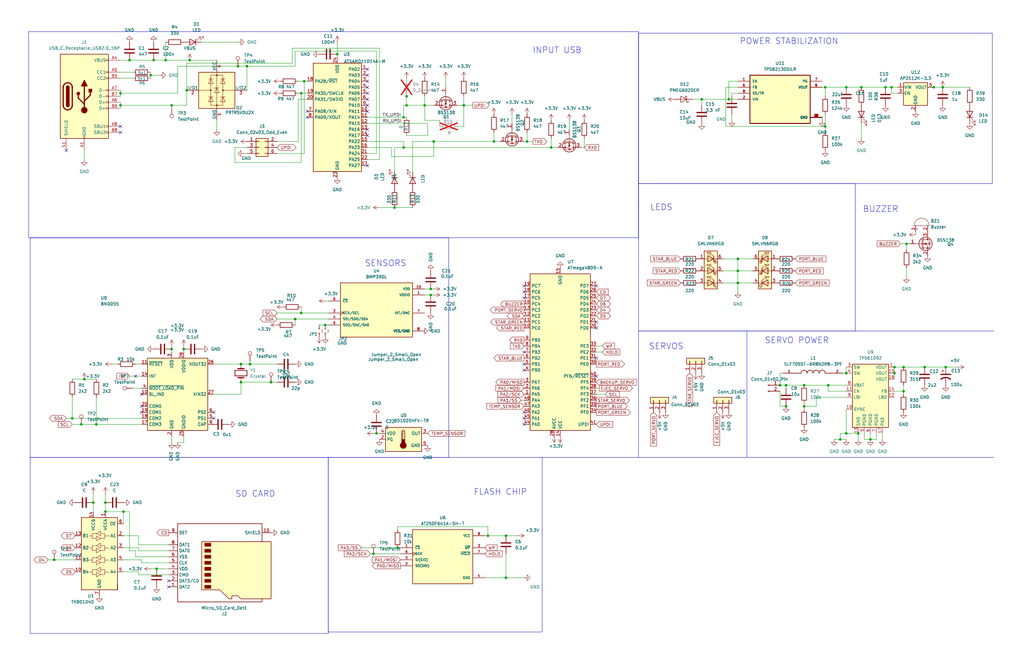
<source format=kicad_sch>
(kicad_sch (version 20250114) (generator "eeschema") (generator_version "9.0")
  (paper "USLedger")
  (rectangle (start 12.065 13.335) (end 269.24 100.33))
  (rectangle (start 12.7 100.33) (end 189.23 193.04))
  (rectangle (start 138.43 193.04) (end 228.6 266.7))
  (rectangle (start 12.7 193.04) (end 138.43 267.335))
  (rectangle (start 269.24 13.97) (end 418.465 77.47))
  (rectangle (start 269.24 77.47) (end 360.68 139.7))
  (text "BUZZER\n" (at 371.348 88.392 0) (effects (font (size 2.54 2.54))))
  (text "SENSORS " (at 163.576 111.252 0) (effects (font (size 2.54 2.54))))
  (text "SD CARD\n" (at 107.696 208.534 0) (effects (font (size 2.54 2.54))))
  (text "INPUT USB" (at 234.95 21.336 0) (effects (font (size 2.54 2.54))))
  (text "SERVOS\n" (at 280.924 146.304 0) (effects (font (size 2.54 2.54))))
  (text "FLASH CHIP\n" (at 211.0047 207.7133 0) (effects (font (size 2.54 2.54))))
  (text "LEDS\n" (at 278.892 87.63 0) (effects (font (size 2.54 2.54))))
  (text "POWER STABILIZATION" (at 332.74 17.526 0) (effects (font (size 2.54 2.54))))
  (text "SERVO POWER\n\n" (at 336.042 145.796 0) (effects (font (size 2.54 2.54))))
  (junction (at 339.09 171.45))
  (junction (at 354.33 185.42))
  (junction (at 66.04 240.03))
  (junction (at 30.48 176.53))
  (junction (at 331.47 171.45))
  (junction (at 124.46 134.62))
  (junction (at 339.09 162.56))
  (junction (at 377.19 154.94))
  (junction (at 181.61 124.46))
  (junction (at 54.61 25.4))
  (junction (at 331.47 162.56))
  (junction (at 34.29 179.07))
  (junction (at 158.75 182.88))
  (junction (at 171.45 40.64))
  (junction (at 50.8 39.37))
  (junction (at 213.36 243.84))
  (junction (at 128.27 34.29))
  (junction (at 64.77 25.4))
  (junction (at 311.15 114.3))
  (junction (at 182.88 59.69))
  (junction (at 205.74 226.06))
  (junction (at 77.47 147.32))
  (junction (at 367.03 185.42))
  (junction (at 166.37 87.63))
  (junction (at 69.85 25.4))
  (junction (at 347.98 53.34))
  (junction (at 142.24 22.86))
  (junction (at 356.87 157.48))
  (junction (at 307.34 41.91))
  (junction (at 363.22 36.83))
  (junction (at 398.78 154.94))
  (junction (at 80.01 25.4))
  (junction (at 375.92 36.83))
  (junction (at 356.87 36.83))
  (junction (at 101.6 153.67))
  (junction (at 170.18 49.53))
  (junction (at 170.18 62.23))
  (junction (at 100.33 27.94))
  (junction (at 311.15 119.38))
  (junction (at 78.74 38.1))
  (junction (at 382.27 102.87))
  (junction (at 397.51 36.83))
  (junction (at 167.64 231.14))
  (junction (at 213.36 226.06))
  (junction (at 208.28 59.69))
  (junction (at 393.7 36.83))
  (junction (at 127 132.08))
  (junction (at 72.39 147.32))
  (junction (at 222.25 59.69))
  (junction (at 72.39 44.45))
  (junction (at 349.25 162.56))
  (junction (at 137.16 137.16))
  (junction (at 44.45 215.9))
  (junction (at 35.56 160.02))
  (junction (at 44.45 212.09))
  (junction (at 52.07 215.9))
  (junction (at 381 154.94))
  (junction (at 39.37 212.09))
  (junction (at 179.07 44.45))
  (junction (at 347.98 36.83))
  (junction (at 295.91 41.91))
  (junction (at 104.14 27.94))
  (junction (at 63.5 31.75))
  (junction (at 389.89 154.94))
  (junction (at 181.61 121.92))
  (junction (at 114.3 161.29))
  (junction (at 377.19 157.48))
  (junction (at 381 165.1))
  (junction (at 40.64 179.07))
  (junction (at 157.48 233.68))
  (junction (at 373.38 36.83))
  (junction (at 356.87 182.88))
  (junction (at 361.95 182.88))
  (junction (at 127 39.37))
  (junction (at 232.41 62.23))
  (junction (at 195.58 44.45))
  (junction (at 328.93 162.56))
  (junction (at 171.45 44.45))
  (junction (at 50.8 44.45))
  (junction (at 105.41 153.67))
  (junction (at 311.15 109.22))
  (junction (at 101.6 161.29))
  (junction (at 22.86 236.22))
  (no_connect (at 154.94 36.83))
  (no_connect (at 251.46 120.65))
  (no_connect (at 129.54 46.99))
  (no_connect (at 220.98 120.65))
  (no_connect (at 154.94 34.29))
  (no_connect (at 220.98 153.67))
  (no_connect (at 154.94 29.21))
  (no_connect (at 251.46 135.89))
  (no_connect (at 220.98 148.59))
  (no_connect (at 251.46 158.75))
  (no_connect (at 154.94 57.15))
  (no_connect (at 251.46 138.43))
  (no_connect (at 220.98 125.73))
  (no_connect (at 220.98 173.99))
  (no_connect (at 57.15 158.75))
  (no_connect (at 220.98 176.53))
  (no_connect (at 59.69 173.99))
  (no_connect (at 154.94 41.91))
  (no_connect (at 251.46 151.13))
  (no_connect (at 154.94 44.45))
  (no_connect (at 154.94 69.85))
  (no_connect (at 154.94 46.99))
  (no_connect (at 154.94 39.37))
  (no_connect (at 71.12 245.11))
  (no_connect (at 27.94 63.5))
  (no_connect (at 59.69 166.37))
  (no_connect (at 59.69 171.45))
  (no_connect (at 71.12 247.65))
  (no_connect (at 90.17 173.99))
  (no_connect (at 90.17 176.53))
  (no_connect (at 220.98 156.21))
  (no_connect (at 220.98 179.07))
  (no_connect (at 154.94 31.75))
  (no_connect (at 129.54 49.53))
  (no_connect (at 50.8 55.88))
  (no_connect (at 154.94 54.61))
  (no_connect (at 220.98 123.19))
  (no_connect (at 50.8 53.34))
  (wire (pts (xy 311.15 123.19) (xy 311.15 119.38)))
  (wire (pts (xy 77.47 186.69) (xy 74.93 186.69)))
  (wire (pts (xy 104.14 27.94) (xy 104.14 38.1)))
  (wire (pts (xy 351.79 185.42) (xy 354.33 185.42)))
  (wire (pts (xy 307.34 41.91) (xy 311.15 41.91)))
  (wire (pts (xy 88.9 179.07) (xy 90.17 179.07)))
  (wire (pts (xy 57.15 234.95) (xy 57.15 232.41)))
  (wire (pts (xy 179.07 139.7) (xy 177.8 139.7)))
  (wire (pts (xy 391.16 36.83) (xy 393.7 36.83)))
  (wire (pts (xy 91.44 50.8) (xy 91.44 54.61)))
  (wire (pts (xy 127 39.37) (xy 129.54 39.37)))
  (wire (pts (xy 354.33 182.88) (xy 356.87 182.88)))
  (wire (pts (xy 373.38 36.83) (xy 375.92 36.83)))
  (wire (pts (xy 355.6 157.48) (xy 356.87 157.48)))
  (wire (pts (xy 372.11 185.42) (xy 372.11 182.88)))
  (wire (pts (xy 356.87 36.83) (xy 363.22 36.83)))
  (wire (pts (xy 339.09 171.45) (xy 339.09 170.18)))
  (wire (pts (xy 382.27 102.87) (xy 383.54 102.87)))
  (wire (pts (xy 58.42 226.06) (xy 52.07 226.06)))
  (wire (pts (xy 170.18 49.53) (xy 170.18 44.45)))
  (wire (pts (xy 85.09 17.78) (xy 100.33 17.78)))
  (wire (pts (xy 347.98 40.64) (xy 347.98 36.83)))
  (wire (pts (xy 49.53 153.67) (xy 46.99 153.67)))
  (wire (pts (xy 116.84 59.69) (xy 125.73 59.69)))
  (wire (pts (xy 105.41 153.67) (xy 116.84 153.67)))
  (wire (pts (xy 375.92 39.37) (xy 378.46 39.37)))
  (wire (pts (xy 232.41 58.42) (xy 232.41 62.23)))
  (wire (pts (xy 99.06 68.58) (xy 99.06 62.23)))
  (wire (pts (xy 311.15 109.22) (xy 317.5 109.22)))
  (wire (pts (xy 50.8 38.1) (xy 50.8 39.37)))
  (wire (pts (xy 77.47 148.59) (xy 77.47 147.32)))
  (wire (pts (xy 125.73 39.37) (xy 127 39.37)))
  (wire (pts (xy 166.37 62.23) (xy 170.18 62.23)))
  (wire (pts (xy 55.88 163.83) (xy 59.69 163.83)))
  (wire (pts (xy 182.88 59.69) (xy 208.28 59.69)))
  (wire (pts (xy 356.87 167.64) (xy 344.17 167.64)))
  (wire (pts (xy 34.29 179.07) (xy 40.64 179.07)))
  (wire (pts (xy 171.45 38.1) (xy 171.45 40.64)))
  (wire (pts (xy 59.69 237.49) (xy 59.69 236.22)))
  (wire (pts (xy 142.24 22.86) (xy 142.24 24.13)))
  (wire (pts (xy 187.96 33.02) (xy 187.96 36.83)))
  (wire (pts (xy 180.34 57.15) (xy 171.45 57.15)))
  (wire (pts (xy 80.01 25.4) (xy 91.44 25.4)))
  (wire (pts (xy 171.45 44.45) (xy 179.07 44.45)))
  (wire (pts (xy 347.98 36.83) (xy 356.87 36.83)))
  (polyline (pts (xy 314.96 193.04) (xy 314.96 139.7)))
  (wire (pts (xy 152.4 231.14) (xy 167.64 231.14)))
  (wire (pts (xy 308.61 39.37) (xy 311.15 39.37)))
  (wire (pts (xy 100.33 27.94) (xy 104.14 27.94)))
  (wire (pts (xy 72.39 44.45) (xy 78.74 44.45)))
  (wire (pts (xy 35.56 67.31) (xy 35.56 63.5)))
  (wire (pts (xy 339.09 162.56) (xy 349.25 162.56)))
  (wire (pts (xy 71.12 234.95) (xy 57.15 234.95)))
  (wire (pts (xy 199.39 44.45) (xy 195.58 44.45)))
  (wire (pts (xy 240.03 50.8) (xy 240.03 54.61)))
  (wire (pts (xy 304.8 114.3) (xy 311.15 114.3)))
  (wire (pts (xy 232.41 62.23) (xy 234.95 62.23)))
  (wire (pts (xy 39.37 212.09) (xy 39.37 215.9)))
  (wire (pts (xy 154.94 62.23) (xy 165.1 62.23)))
  (wire (pts (xy 74.93 39.37) (xy 74.93 27.94)))
  (wire (pts (xy 195.58 44.45) (xy 193.04 44.45)))
  (wire (pts (xy 71.12 242.57) (xy 58.42 242.57)))
  (wire (pts (xy 205.74 222.25) (xy 205.74 226.06)))
  (wire (pts (xy 346.71 36.83) (xy 347.98 36.83)))
  (wire (pts (xy 397.51 36.83) (xy 408.94 36.83)))
  (wire (pts (xy 50.8 44.45) (xy 72.39 44.45)))
  (wire (pts (xy 219.71 168.91) (xy 220.98 168.91)))
  (wire (pts (xy 171.45 40.64) (xy 171.45 44.45)))
  (wire (pts (xy 311.15 114.3) (xy 311.15 109.22)))
  (wire (pts (xy 205.74 226.06) (xy 213.36 226.06)))
  (wire (pts (xy 311.15 34.29) (xy 307.34 34.29)))
  (wire (pts (xy 185.42 50.8) (xy 185.42 53.34)))
  (wire (pts (xy 50.8 39.37) (xy 50.8 40.64)))
  (wire (pts (xy 154.94 59.69) (xy 170.18 59.69)))
  (wire (pts (xy 154.94 49.53) (xy 170.18 49.53)))
  (wire (pts (xy 179.07 50.8) (xy 185.42 50.8)))
  (wire (pts (xy 367.03 182.88) (xy 367.03 185.42)))
  (wire (pts (xy 72.39 184.15) (xy 72.39 186.69)))
  (wire (pts (xy 114.3 161.29) (xy 116.84 161.29)))
  (wire (pts (xy 40.64 179.07) (xy 59.69 179.07)))
  (wire (pts (xy 393.7 36.83) (xy 397.51 36.83)))
  (wire (pts (xy 218.44 226.06) (xy 213.36 226.06)))
  (wire (pts (xy 101.6 153.67) (xy 105.41 153.67)))
  (wire (pts (xy 304.8 119.38) (xy 311.15 119.38)))
  (wire (pts (xy 331.47 162.56) (xy 331.47 163.83)))
  (wire (pts (xy 356.87 182.88) (xy 361.95 182.88)))
  (wire (pts (xy 129.54 34.29) (xy 128.27 34.29)))
  (wire (pts (xy 69.85 25.4) (xy 80.01 25.4)))
  (wire (pts (xy 138.43 127) (xy 137.16 127)))
  (wire (pts (xy 181.61 124.46) (xy 182.88 124.46)))
  (wire (pts (xy 30.48 160.02) (xy 35.56 160.02)))
  (wire (pts (xy 354.33 182.88) (xy 354.33 185.42)))
  (wire (pts (xy 125.73 41.91) (xy 129.54 41.91)))
  (wire (pts (xy 165.1 66.04) (xy 182.88 66.04)))
  (wire (pts (xy 255.27 166.37) (xy 251.46 166.37)))
  (wire (pts (xy 246.38 62.23) (xy 245.11 62.23)))
  (wire (pts (xy 104.14 27.94) (xy 124.46 27.94)))
  (wire (pts (xy 30.48 167.64) (xy 30.48 176.53)))
  (wire (pts (xy 369.57 185.42) (xy 369.57 182.88)))
  (wire (pts (xy 66.04 240.03) (xy 63.5 240.03)))
  (wire (pts (xy 20.32 236.22) (xy 22.86 236.22)))
  (wire (pts (xy 381 166.37) (xy 381 165.1)))
  (wire (pts (xy 295.91 41.91) (xy 307.34 41.91)))
  (wire (pts (xy 311.15 114.3) (xy 317.5 114.3)))
  (wire (pts (xy 347.98 55.88) (xy 347.98 53.34)))
  (wire (pts (xy 50.8 30.48) (xy 55.88 30.48)))
  (wire (pts (xy 52.07 215.9) (xy 52.07 220.98)))
  (wire (pts (xy 63.5 31.75) (xy 63.5 33.02)))
  (wire (pts (xy 134.62 137.16) (xy 137.16 137.16)))
  (wire (pts (xy 160.02 87.63) (xy 166.37 87.63)))
  (wire (pts (xy 349.25 162.56) (xy 349.25 165.1)))
  (wire (pts (xy 222.25 55.88) (xy 222.25 59.69)))
  (wire (pts (xy 116.84 64.77) (xy 128.27 64.77)))
  (wire (pts (xy 30.48 179.07) (xy 34.29 179.07)))
  (wire (pts (xy 39.37 208.28) (xy 39.37 212.09)))
  (wire (pts (xy 179.07 124.46) (xy 181.61 124.46)))
  (wire (pts (xy 379.73 102.87) (xy 382.27 102.87)))
  (wire (pts (xy 52.07 215.9) (xy 54.61 215.9)))
  (wire (pts (xy 58.42 242.57) (xy 58.42 241.3)))
  (wire (pts (xy 252.73 163.83) (xy 251.46 163.83)))
  (wire (pts (xy 375.92 36.83) (xy 378.46 36.83)))
  (wire (pts (xy 165.1 62.23) (xy 165.1 66.04)))
  (wire (pts (xy 213.36 233.68) (xy 213.36 243.84)))
  (wire (pts (xy 311.15 109.22) (xy 304.8 109.22)))
  (wire (pts (xy 127 68.58) (xy 99.06 68.58)))
  (wire (pts (xy 382.27 113.03) (xy 382.27 116.84)))
  (wire (pts (xy 179.07 40.64) (xy 179.07 44.45)))
  (wire (pts (xy 58.42 229.87) (xy 71.12 229.87)))
  (wire (pts (xy 363.22 52.07) (xy 363.22 58.42)))
  (wire (pts (xy 44.45 215.9) (xy 52.07 215.9)))
  (wire (pts (xy 72.39 146.05) (xy 72.39 147.32)))
  (wire (pts (xy 195.58 40.64) (xy 195.58 44.45)))
  (wire (pts (xy 69.85 17.78) (xy 69.85 25.4)))
  (wire (pts (xy 354.33 185.42) (xy 356.87 185.42)))
  (wire (pts (xy 213.36 243.84) (xy 204.47 243.84)))
  (wire (pts (xy 77.47 184.15) (xy 77.47 186.69)))
  (polyline (pts (xy 269.24 193.04) (xy 269.24 139.7)))
  (wire (pts (xy 124.46 21.59) (xy 158.75 21.59)))
  (wire (pts (xy 105.41 152.4) (xy 105.41 153.67)))
  (wire (pts (xy 344.17 167.64) (xy 344.17 171.45)))
  (wire (pts (xy 58.42 231.14) (xy 52.07 231.14)))
  (wire (pts (xy 170.18 62.23) (xy 232.41 62.23)))
  (wire (pts (xy 156.21 233.68) (xy 157.48 233.68)))
  (wire (pts (xy 173.99 59.69) (xy 182.88 59.69)))
  (wire (pts (xy 170.18 49.53) (xy 171.45 49.53)))
  (wire (pts (xy 356.87 154.94) (xy 356.87 157.48)))
  (wire (pts (xy 166.37 62.23) (xy 166.37 72.39)))
  (wire (pts (xy 377.19 154.94) (xy 377.19 157.48)))
  (wire (pts (xy 349.25 162.56) (xy 356.87 162.56)))
  (wire (pts (xy 389.89 154.94) (xy 381 154.94)))
  (wire (pts (xy 167.64 223.52) (xy 167.64 222.25)))
  (wire (pts (xy 124.46 27.94) (xy 124.46 21.59)))
  (wire (pts (xy 173.99 59.69) (xy 173.99 72.39)))
  (wire (pts (xy 116.84 132.08) (xy 127 132.08)))
  (wire (pts (xy 246.38 58.42) (xy 246.38 62.23)))
  (wire (pts (xy 356.87 172.72) (xy 356.87 182.88)))
  (wire (pts (xy 179.07 44.45) (xy 179.07 50.8)))
  (wire (pts (xy 215.9 48.26) (xy 215.9 52.07)))
  (wire (pts (xy 54.61 232.41) (xy 57.15 232.41)))
  (wire (pts (xy 54.61 232.41) (xy 54.61 215.9)))
  (wire (pts (xy 195.58 53.34) (xy 195.58 44.45)))
  (wire (pts (xy 101.6 166.37) (xy 101.6 161.29)))
  (wire (pts (xy 179.07 44.45) (xy 182.88 44.45)))
  (wire (pts (xy 381 154.94) (xy 377.19 154.94)))
  (wire (pts (xy 167.64 231.14) (xy 168.91 231.14)))
  (wire (pts (xy 306.07 36.83) (xy 311.15 36.83)))
  (wire (pts (xy 138.43 137.16) (xy 137.16 137.16)))
  (wire (pts (xy 182.88 66.04) (xy 182.88 59.69)))
  (wire (pts (xy 306.07 53.34) (xy 347.98 53.34)))
  (wire (pts (xy 125.73 59.69) (xy 125.73 41.91)))
  (wire (pts (xy 50.8 25.4) (xy 54.61 25.4)))
  (wire (pts (xy 54.61 25.4) (xy 64.77 25.4)))
  (wire (pts (xy 142.24 17.78) (xy 142.24 22.86)))
  (wire (pts (xy 364.49 185.42) (xy 367.03 185.42)))
  (wire (pts (xy 377.19 165.1) (xy 381 165.1)))
  (wire (pts (xy 166.37 87.63) (xy 173.99 87.63)))
  (wire (pts (xy 50.8 33.02) (xy 55.88 33.02)))
  (wire (pts (xy 295.91 44.45) (xy 295.91 41.91)))
  (wire (pts (xy 251.46 148.59) (xy 254 148.59)))
  (wire (pts (xy 22.86 236.22) (xy 31.75 236.22)))
  (wire (pts (xy 328.93 165.1) (xy 328.93 171.45)))
  (wire (pts (xy 50.8 39.37) (xy 74.93 39.37)))
  (wire (pts (xy 398.78 154.94) (xy 389.89 154.94)))
  (wire (pts (xy 251.46 146.05) (xy 254 146.05)))
  (wire (pts (xy 222.25 59.69) (xy 224.79 59.69)))
  (wire (pts (xy 311.15 119.38) (xy 311.15 114.3)))
  (wire (pts (xy 208.28 55.88) (xy 208.28 59.69)))
  (wire (pts (xy 398.78 154.94) (xy 403.86 154.94)))
  (wire (pts (xy 63.5 31.75) (xy 67.31 31.75)))
  (wire (pts (xy 44.45 212.09) (xy 44.45 215.9)))
  (wire (pts (xy 311.15 119.38) (xy 317.5 119.38)))
  (wire (pts (xy 367.03 185.42) (xy 369.57 185.42)))
  (wire (pts (xy 339.09 172.72) (xy 339.09 171.45)))
  (wire (pts (xy 170.18 59.69) (xy 170.18 62.23)))
  (wire (pts (xy 167.64 222.25) (xy 205.74 222.25)))
  (wire (pts (xy 364.49 182.88) (xy 364.49 185.42)))
  (wire (pts (xy 157.48 182.88) (xy 158.75 182.88)))
  (wire (pts (xy 52.07 236.22) (xy 59.69 236.22)))
  (wire (pts (xy 59.69 237.49) (xy 71.12 237.49)))
  (wire (pts (xy 220.98 243.84) (xy 213.36 243.84)))
  (wire (pts (xy 160.02 20.32) (xy 160.02 67.31)))
  (wire (pts (xy 328.93 162.56) (xy 331.47 162.56)))
  (wire (pts (xy 77.47 147.32) (xy 77.47 146.05)))
  (wire (pts (xy 40.64 167.64) (xy 40.64 179.07)))
  (wire (pts (xy 181.61 121.92) (xy 182.88 121.92)))
  (wire (pts (xy 349.25 165.1) (xy 356.87 165.1)))
  (wire (pts (xy 50.8 44.45) (xy 50.8 45.72)))
  (wire (pts (xy 222.25 59.69) (xy 220.98 59.69)))
  (wire (pts (xy 339.09 171.45) (xy 344.17 171.45)))
  (wire (pts (xy 158.75 64.77) (xy 154.94 64.77)))
  (wire (pts (xy 346.71 49.53) (xy 346.71 50.8)))
  (wire (pts (xy 361.95 185.42) (xy 361.95 182.88)))
  (wire (pts (xy 377.19 157.48) (xy 377.19 160.02)))
  (wire (pts (xy 90.17 166.37) (xy 101.6 166.37)))
  (wire (pts (xy 328.93 157.48) (xy 328.93 162.56)))
  (wire (pts (xy 382.27 102.87) (xy 382.27 105.41)))
  (wire (pts (xy 127 129.54) (xy 127 132.08)))
  (wire (pts (xy 328.93 157.48) (xy 330.2 157.48)))
  (wire (pts (xy 104.14 64.77) (xy 102.87 64.77)))
  (wire (pts (xy 331.47 162.56) (xy 339.09 162.56)))
  (wire (pts (xy 205.74 226.06) (xy 204.47 226.06)))
  (wire (pts (xy 306.07 53.34) (xy 306.07 36.83)))
  (wire (pts (xy 124.46 134.62) (xy 124.46 137.16)))
  (wire (pts (xy 160.02 67.31) (xy 154.94 67.31)))
  (wire (pts (xy 363.22 36.83) (xy 373.38 36.83)))
  (polyline (pts (xy 227.33 193.04) (xy 419.1 193.04)))
  (wire (pts (xy 386.08 97.79) (xy 386.08 99.06)))
  (wire (pts (xy 123.19 20.32) (xy 160.02 20.32)))
  (wire (pts (xy 375.92 36.83) (xy 375.92 39.37)))
  (wire (pts (xy 58.42 229.87) (xy 58.42 226.06)))
  (wire (pts (xy 180.34 52.07) (xy 180.34 57.15)))
  (wire (pts (xy 208.28 59.69) (xy 210.82 59.69)))
  (wire (pts (xy 154.94 52.07) (xy 180.34 52.07)))
  (wire (pts (xy 170.18 44.45) (xy 171.45 44.45)))
  (wire (pts (xy 74.93 27.94) (xy 100.33 27.94)))
  (wire (pts (xy 30.48 176.53) (xy 59.69 176.53)))
  (wire (pts (xy 99.06 62.23) (xy 104.14 62.23)))
  (wire (pts (xy 193.04 53.34) (xy 195.58 53.34)))
  (wire (pts (xy 127 39.37) (xy 127 68.58)))
  (wire (pts (xy 127 132.08) (xy 138.43 132.08)))
  (wire (pts (xy 58.42 232.41) (xy 71.12 232.41)))
  (wire (pts (xy 292.1 41.91) (xy 295.91 41.91)))
  (wire (pts (xy 58.42 232.41) (xy 58.42 231.14)))
  (wire (pts (xy 78.74 26.67) (xy 123.19 26.67)))
  (wire (pts (xy 158.75 182.88) (xy 160.02 182.88)))
  (wire (pts (xy 347.98 53.34) (xy 347.98 48.26)))
  (wire (pts (xy 63.5 30.48) (xy 63.5 31.75)))
  (wire (pts (xy 57.15 153.67) (xy 59.69 153.67)))
  (wire (pts (xy 308.61 39.37) (xy 308.61 40.64)))
  (wire (pts (xy 54.61 158.75) (xy 59.69 158.75)))
  (wire (pts (xy 179.07 121.92) (xy 181.61 121.92)))
  (wire (pts (xy 78.74 44.45) (xy 78.74 38.1)))
  (wire (pts (xy 381 165.1) (xy 381 162.56)))
  (wire (pts (xy 307.34 34.29) (xy 307.34 41.91)))
  (wire (pts (xy 128.27 64.77) (xy 128.27 34.29)))
  (wire (pts (xy 72.39 147.32) (xy 72.39 148.59)))
  (wire (pts (xy 101.6 161.29) (xy 114.3 161.29)))
  (wire (pts (xy 328.93 171.45) (xy 331.47 171.45)))
  (wire (pts (xy 128.27 34.29) (xy 125.73 34.29)))
  (wire (pts (xy 158.75 21.59) (xy 158.75 64.77)))
  (wire (pts (xy 90.17 153.67) (xy 101.6 153.67)))
  (polyline (pts (xy 269.24 139.7) (xy 419.1 139.7)))
  (wire (pts (xy 44.45 208.28) (xy 44.45 212.09)))
  (wire (pts (xy 66.04 240.03) (xy 71.12 240.03)))
  (wire (pts (xy 35.56 160.02) (xy 40.64 160.02)))
  (wire (pts (xy 157.48 233.68) (xy 168.91 233.68)))
  (wire (pts (xy 124.46 134.62) (xy 138.43 134.62)))
  (wire (pts (xy 64.77 25.4) (xy 69.85 25.4)))
  (wire (pts (xy 308.61 48.26) (xy 308.61 50.8)))
  (wire (pts (xy 72.39 45.72) (xy 72.39 44.45)))
  (wire (pts (xy 50.8 43.18) (xy 50.8 44.45)))
  (wire (pts (xy 78.74 38.1) (xy 78.74 26.67)))
  (wire (pts (xy 116.84 134.62) (xy 124.46 134.62)))
  (wire (pts (xy 58.42 241.3) (xy 52.07 241.3)))
  (wire (pts (xy 123.19 26.67) (xy 123.19 20.32)))
  (wire (pts (xy 27.94 176.53) (xy 30.48 176.53)))
  (label "TX_UPDI" (at 161.29 49.53 0))
  (label "RX_UPDI" (at 161.29 52.07 0))
  (global_label "SCL" (shape input) (at 30.48 179.07 180) (property "Intersheetrefs" "${INTERSHEET_REFS}" (effects (hide yes))))
  (global_label "PORT_GREEN" (shape output) (at 251.46 173.99 0) (property "Intersheetrefs" "${INTERSHEET_REFS}" (effects (hide yes))))
  (global_label "BUZZER" (shape input) (at 379.73 102.87 180) (property "Intersheetrefs" "${INTERSHEET_REFS}" (effects (hide yes))))
  (global_label "SDA" (shape bidirectional) (at 220.98 133.35 180) (property "Intersheetrefs" "${INTERSHEET_REFS}" (effects (hide yes))))
  (global_label "TX0" (shape output) (at 224.79 59.69 0) (property "Intersheetrefs" "${INTERSHEET_REFS}" (effects (hide yes))))
  (global_label "STAR_RED" (shape input) (at 287.02 114.3 180) (property "Intersheetrefs" "${INTERSHEET_REFS}" (effects (hide yes))))
  (global_label "WP" (shape input) (at 204.47 231.14 0) (property "Intersheetrefs" "${INTERSHEET_REFS}" (effects (hide yes))))
  (global_label "PA3{slash}SS" (shape input) (at 152.4 231.14 180) (property "Intersheetrefs" "${INTERSHEET_REFS}" (effects (hide yes))))
  (global_label "D7" (shape bidirectional) (at 251.46 125.73 0) (property "Intersheetrefs" "${INTERSHEET_REFS}" (effects (hide yes))))
  (global_label "STAR_BLUE" (shape output) (at 220.98 151.13 180) (property "Intersheetrefs" "${INTERSHEET_REFS}" (effects (hide yes))))
  (global_label "BACKUP_SERVO" (shape input) (at 251.46 161.29 0) (property "Intersheetrefs" "${INTERSHEET_REFS}" (effects (hide yes))))
  (global_label "PORT_SERVO" (shape input) (at 275.59 173.99 270) (property "Intersheetrefs" "${INTERSHEET_REFS}" (effects (hide yes))))
  (global_label "D4" (shape bidirectional) (at 251.46 130.81 0) (property "Intersheetrefs" "${INTERSHEET_REFS}" (effects (hide yes))))
  (global_label "D7" (shape bidirectional) (at 31.75 226.06 180) (property "Intersheetrefs" "${INTERSHEET_REFS}" (effects (hide yes))))
  (global_label "D5" (shape bidirectional) (at 251.46 133.35 0) (property "Intersheetrefs" "${INTERSHEET_REFS}" (effects (hide yes))))
  (global_label "STAR_BLUE" (shape input) (at 287.02 109.22 180) (property "Intersheetrefs" "${INTERSHEET_REFS}" (effects (hide yes))))
  (global_label "TEMP_SENSOR" (shape input) (at 180.34 182.88 0) (property "Intersheetrefs" "${INTERSHEET_REFS}" (effects (hide yes))))
  (global_label "UPDI" (shape input) (at 251.46 179.07 0) (property "Intersheetrefs" "${INTERSHEET_REFS}" (effects (hide yes))))
  (global_label "D4" (shape bidirectional) (at 20.32 236.22 180) (property "Intersheetrefs" "${INTERSHEET_REFS}" (effects (hide yes))))
  (global_label "D6" (shape bidirectional) (at 251.46 128.27 0) (property "Intersheetrefs" "${INTERSHEET_REFS}" (effects (hide yes))))
  (global_label "SCL" (shape input) (at 255.27 166.37 0) (property "Intersheetrefs" "${INTERSHEET_REFS}" (effects (hide yes))))
  (global_label "STAR_RED" (shape output) (at 220.98 138.43 180) (property "Intersheetrefs" "${INTERSHEET_REFS}" (effects (hide yes))))
  (global_label "D6" (shape bidirectional) (at 31.75 231.14 180) (property "Intersheetrefs" "${INTERSHEET_REFS}" (effects (hide yes))))
  (global_label "PA1{slash}MOSI" (shape input) (at 168.91 236.22 180) (property "Intersheetrefs" "${INTERSHEET_REFS}" (effects (hide yes))))
  (global_label "PA0{slash}MISO" (shape output) (at 220.98 161.29 180) (property "Intersheetrefs" "${INTERSHEET_REFS}" (effects (hide yes))))
  (global_label "PORT_GREEN" (shape input) (at 335.28 119.38 0) (property "Intersheetrefs" "${INTERSHEET_REFS}" (effects (hide yes))))
  (global_label "TEMP_SENSOR" (shape input) (at 220.98 171.45 180) (property "Intersheetrefs" "${INTERSHEET_REFS}" (effects (hide yes))))
  (global_label "PORT_BLUE" (shape input) (at 335.28 109.22 0) (property "Intersheetrefs" "${INTERSHEET_REFS}" (effects (hide yes))))
  (global_label "EJEC_SERVO" (shape output) (at 252.73 163.83 0) (property "Intersheetrefs" "${INTERSHEET_REFS}" (effects (hide yes))))
  (global_label "STAR_GREEN" (shape input) (at 287.02 119.38 180) (property "Intersheetrefs" "${INTERSHEET_REFS}" (effects (hide yes))))
  (global_label "PORT_RED" (shape output) (at 251.46 153.67 0) (property "Intersheetrefs" "${INTERSHEET_REFS}" (effects (hide yes))))
  (global_label "PA1{slash}MOSI" (shape input) (at 220.98 163.83 180) (property "Intersheetrefs" "${INTERSHEET_REFS}" (effects (hide yes))))
  (global_label "BUZZER" (shape output) (at 220.98 128.27 180) (property "Intersheetrefs" "${INTERSHEET_REFS}" (effects (hide yes))))
  (global_label "PORT_BLUE" (shape output) (at 251.46 171.45 0) (property "Intersheetrefs" "${INTERSHEET_REFS}" (effects (hide yes))))
  (global_label "HOLD" (shape input) (at 204.47 233.68 0) (property "Intersheetrefs" "${INTERSHEET_REFS}" (effects (hide yes))))
  (global_label "D5" (shape bidirectional) (at 31.75 241.3 180) (property "Intersheetrefs" "${INTERSHEET_REFS}" (effects (hide yes))))
  (global_label "STAR_SERVO" (shape output) (at 251.46 168.91 0) (property "Intersheetrefs" "${INTERSHEET_REFS}" (effects (hide yes))))
  (global_label "SCL" (shape input) (at 116.84 132.08 180) (property "Intersheetrefs" "${INTERSHEET_REFS}" (effects (hide yes))))
  (global_label "STAR_SERVO" (shape input) (at 290.83 157.48 270) (property "Intersheetrefs" "${INTERSHEET_REFS}" (effects (hide yes))))
  (global_label "CD" (shape input) (at 251.46 123.19 0) (property "Intersheetrefs" "${INTERSHEET_REFS}" (effects (hide yes))))
  (global_label "EJEC_SERVO" (shape input) (at 302.26 173.99 270) (property "Intersheetrefs" "${INTERSHEET_REFS}" (effects (hide yes))))
  (global_label "WP" (shape input) (at 254 146.05 0) (property "Intersheetrefs" "${INTERSHEET_REFS}" (effects (hide yes))))
  (global_label "TX0" (shape input) (at 220.98 146.05 180) (property "Intersheetrefs" "${INTERSHEET_REFS}" (effects (hide yes))))
  (global_label "RX0" (shape input) (at 246.38 62.23 0) (property "Intersheetrefs" "${INTERSHEET_REFS}" (effects (hide yes))))
  (global_label "SDA" (shape bidirectional) (at 116.84 134.62 180) (property "Intersheetrefs" "${INTERSHEET_REFS}" (effects (hide yes))))
  (global_label "STAR_GREEN" (shape output) (at 220.98 135.89 180) (property "Intersheetrefs" "${INTERSHEET_REFS}" (effects (hide yes))))
  (global_label "RX0" (shape output) (at 220.98 143.51 180) (property "Intersheetrefs" "${INTERSHEET_REFS}" (effects (hide yes))))
  (global_label "UPDI" (shape output) (at 199.39 44.45 0) (property "Intersheetrefs" "${INTERSHEET_REFS}" (effects (hide yes))))
  (global_label "PA3{slash}SS" (shape input) (at 219.71 168.91 180) (property "Intersheetrefs" "${INTERSHEET_REFS}" (effects (hide yes))))
  (global_label "INT" (shape input) (at 54.61 158.75 180) (property "Intersheetrefs" "${INTERSHEET_REFS}" (effects (hide yes))))
  (global_label "PA2{slash}SCK" (shape input) (at 220.98 166.37 180) (property "Intersheetrefs" "${INTERSHEET_REFS}" (effects (hide yes))))
  (global_label "SDA" (shape bidirectional) (at 27.94 176.53 180) (property "Intersheetrefs" "${INTERSHEET_REFS}" (effects (hide yes))))
  (global_label "UPDI" (shape bidirectional) (at 116.84 62.23 0) (property "Intersheetrefs" "${INTERSHEET_REFS}" (effects (hide yes))))
  (global_label "PA2{slash}SCK" (shape input) (at 156.21 233.68 180) (property "Intersheetrefs" "${INTERSHEET_REFS}" (effects (hide yes))))
  (global_label "PORT_RED" (shape input) (at 335.28 114.3 0) (property "Intersheetrefs" "${INTERSHEET_REFS}" (effects (hide yes))))
  (global_label "CD" (shape output) (at 71.12 224.79 180) (property "Intersheetrefs" "${INTERSHEET_REFS}" (effects (hide yes))))
  (global_label "PORT_SERVO" (shape output) (at 220.98 130.81 180) (property "Intersheetrefs" "${INTERSHEET_REFS}" (effects (hide yes))))
  (global_label "HOLD" (shape input) (at 254 148.59 0) (property "Intersheetrefs" "${INTERSHEET_REFS}" (effects (hide yes))))
  (global_label "PA0{slash}MISO" (shape output) (at 168.91 238.76 180) (property "Intersheetrefs" "${INTERSHEET_REFS}" (effects (hide yes))))
  (symbol (lib_id "power:GND") (at 180.34 187.96 0) (unit 1)
    (property "Reference" "#PWR0171" (effects (hide yes)))
    (property "Value" "GND" (at 180.34 193.04 0))
    (property "Description" "Power symbol creates a global label with name \"GND\" , ground" (effects (hide yes)))
  )
  (symbol (lib_id "power:GND") (at 160.02 185.42 0) (unit 1)
    (property "Reference" "#PWR0172" (effects (hide yes)))
    (property "Value" "GND" (at 160.02 190.5 0))
    (property "Description" "Power symbol creates a global label with name \"GND\" , ground" (effects (hide yes)))
  )
  (symbol (lib_id "Connector:TestPoint") (at 34.29 179.07 0) (unit 1)
    (property "Reference" "TP2" (at 36.83 174.4979 0) (effects (justify left)))
    (property "Value" "TestPoint" (at 36.83 177.0379 0) (effects (justify left)))
    (property "Footprint" "TestPoint:TestPoint_Pad_1.0x1.0mm" (effects (hide yes)))
    (property "Description" "test point" (effects (hide yes)))
  )
  (symbol (lib_id "Device:R") (at 123.19 129.54 90) (unit 1)
    (property "Reference" "R10" (at 122.936 124.714 90))
    (property "Value" "4k7" (at 122.428 126.492 90))
    (property "Footprint" "Resistor_SMD:R_0402_1005Metric" (effects (hide yes)))
    (property "Description" "Resistor" (effects (hide yes)))
  )
  (symbol (lib_id "Device:LED") (at 408.94 48.26 90) (unit 1)
    (property "Reference" "D14" (at 412.75 48.5774 90) (effects (justify right)))
    (property "Value" "LED" (at 412.75 51.1174 90) (effects (justify right)))
    (property "Footprint" "LED_SMD:LED_0201_0603Metric" (effects (hide yes)))
    (property "Description" "Light emitting diode" (effects (hide yes)))
    (property "Sim.Pins" "1=K 2=A" (effects (hide yes)))
  )
  (symbol (lib_id "Connector:TestPoint") (at 22.86 236.22 0) (unit 1)
    (property "Reference" "TP1" (at 25.4 231.6479 0) (effects (justify left)))
    (property "Value" "TestPoint" (at 25.4 234.1879 0) (effects (justify left)))
    (property "Footprint" "TestPoint:TestPoint_Pad_1.0x1.0mm" (effects (hide yes)))
    (property "Description" "test point" (effects (hide yes)))
  )
  (symbol (lib_id "Device:C") (at 48.26 212.09 90) (unit 1)
    (property "Reference" "C23" (at 48.26 204.47 90))
    (property "Value" "C" (at 48.26 207.01 90))
    (property "Description" "Unpolarized capacitor" (effects (hide yes)))
  )
  (symbol (lib_id "Device:R") (at 290.83 109.22 90) (unit 1)
    (property "Reference" "R21" (at 290.83 109.474 90))
    (property "Value" "220" (at 290.83 111.506 90))
    (property "Footprint" "Resistor_SMD:R_0402_1005Metric" (effects (hide yes)))
    (property "Description" "Resistor" (effects (hide yes)))
  )
  (symbol (lib_id "power:GND") (at 389.89 162.56 0) (unit 1)
    (property "Reference" "#PWR0127" (effects (hide yes)))
    (property "Value" "GND" (at 389.89 167.64 0))
    (property "Description" "Power symbol creates a global label with name \"GND\" , ground" (effects (hide yes)))
  )
  (symbol (lib_id "Device:C") (at 81.28 147.32 90) (unit 1)
    (property "Reference" "C19" (at 81.28 139.7 90))
    (property "Value" "0.1uF" (at 81.28 142.24 90))
    (property "Description" "Unpolarized capacitor" (effects (hide yes)))
  )
  (symbol (lib_id "power:GND") (at 391.16 107.95 0) (unit 1)
    (property "Reference" "#PWR070" (effects (hide yes)))
    (property "Value" "GND" (at 391.16 113.03 0))
    (property "Description" "Power symbol creates a global label with name \"GND\" , ground" (effects (hide yes)))
  )
  (symbol (lib_id "Device:R") (at 208.28 52.07 0) (unit 1)
    (property "Reference" "R17" (at 210.82 50.7999 0) (effects (justify left)))
    (property "Value" "4k7" (at 210.82 53.3399 0) (effects (justify left)))
    (property "Footprint" "Resistor_SMD:R_0402_1005Metric" (effects (hide yes)))
    (property "Description" "Resistor" (effects (hide yes)))
  )
  (symbol (lib_id "power:+3.3V") (at 46.99 153.67 90) (unit 1)
    (property "Reference" "#PWR0181" (effects (hide yes)))
    (property "Value" "+3.3V" (at 43.18 153.6701 90) (effects (justify left)))
    (property "Description" "Power symbol creates a global label with name \"+3.3V\"" (effects (hide yes)))
  )
  (symbol (lib_id "power:+3.3V") (at 236.22 184.15 180) (unit 1)
    (property "Reference" "#PWR0174" (effects (hide yes)))
    (property "Value" "+3.3V" (at 234.442 188.214 0))
    (property "Description" "Power symbol creates a global label with name \"+3.3V\"" (effects (hide yes)))
  )
  (symbol (lib_id "Device:R") (at 331.47 119.38 90) (unit 1)
    (property "Reference" "R26" (at 331.724 119.634 90))
    (property "Value" "220" (at 331.47 122.682 90))
    (property "Footprint" "Resistor_SMD:R_0402_1005Metric" (effects (hide yes)))
    (property "Description" "Resistor" (effects (hide yes)))
  )
  (symbol (lib_id "power:GND") (at 307.34 173.99 0) (unit 1)
    (property "Reference" "#PWR0117" (effects (hide yes)))
    (property "Value" "GND" (at 307.3401 177.8 90) (effects (justify right)))
    (property "Description" "Power symbol creates a global label with name \"GND\" , ground" (effects (hide yes)))
  )
  (symbol (lib_id "Connector:TestPoint") (at 55.88 163.83 90) (unit 1)
    (property "Reference" "TP7" (at 52.578 158.75 90))
    (property "Value" "TestPoint" (at 52.578 161.29 90))
    (property "Footprint" "TestPoint:TestPoint_Pad_1.0x1.0mm" (effects (hide yes)))
    (property "Description" "test point" (effects (hide yes)))
  )
  (symbol (lib_id "power:+3.3V") (at 182.88 121.92 270) (unit 1)
    (property "Reference" "#PWR0149" (effects (hide yes)))
    (property "Value" "+3.3V" (at 186.69 121.9199 90) (effects (justify left)))
    (property "Description" "Power symbol creates a global label with name \"+3.3V\"" (effects (hide yes)))
  )
  (symbol (lib_id "Logic_LevelTranslator:TXB0104D") (at 41.91 233.68 0) (mirror y) (unit 1)
    (property "Reference" "U1" (at 39.7159 251.46 0) (effects (justify left)))
    (property "Value" "TXB0104D" (at 39.7159 254 0) (effects (justify left)))
    (property "Footprint" "Package_SO:SOIC-14_3.9x8.7mm_P1.27mm" (effects (hide yes)))
    (property "Datasheet" "http://www.ti.com/lit/ds/symlink/txb0104.pdf" (effects (hide yes)))
    (property "Description" "4-Bit Bidirectional Voltage-Level Translator, Auto Direction Sensing and ±15-kV ESD Protection, 1.2 - 3.6V APort, 1.65 - 5.5V BPort, SOIC-14" (effects (hide yes)))
  )
  (symbol (lib_id "Device:R") (at 121.92 34.29 90) (unit 1)
    (property "Reference" "R8" (at 118.618 36.576 90))
    (property "Value" "4k7" (at 122.428 36.576 90))
    (property "Footprint" "Resistor_SMD:R_0402_1005Metric" (effects (hide yes)))
    (property "Description" "Resistor" (effects (hide yes)))
  )
  (symbol (lib_id "power:GND") (at 52.07 212.09 90) (unit 1)
    (property "Reference" "#PWR017" (effects (hide yes)))
    (property "Value" "GND" (at 55.88 212.0899 90) (effects (justify right)))
    (property "Description" "Power symbol creates a global label with name \"GND\" , ground" (effects (hide yes)))
  )
  (symbol (lib_id "power:+3.3V") (at 118.11 34.29 90) (unit 1)
    (property "Reference" "#PWR0150" (effects (hide yes)))
    (property "Value" "+3.3V" (at 114.3 34.2899 90) (effects (justify left)))
    (property "Description" "Power symbol creates a global label with name \"+3.3V\"" (effects (hide yes)))
  )
  (symbol (lib_id "Device:C") (at 331.47 167.64 0) (unit 1)
    (property "Reference" "C8" (at 333.502 163.83 0) (effects (justify left)))
    (property "Value" "10u" (at 333.502 166.37 0) (effects (justify left)))
    (property "Footprint" "Capacitor_SMD:C_0201_0603Metric" (effects (hide yes)))
    (property "Description" "Unpolarized capacitor" (effects (hide yes)))
  )
  (symbol (lib_id "Connector:TestPoint") (at 105.41 152.4 0) (unit 1)
    (property "Reference" "TP5" (at 107.95 147.8279 0) (effects (justify left)))
    (property "Value" "TestPoint" (at 107.95 150.3679 0) (effects (justify left)))
    (property "Footprint" "TestPoint:TestPoint_Pad_1.0x1.0mm" (effects (hide yes)))
    (property "Description" "test point" (effects (hide yes)))
  )
  (symbol (lib_id "power:GND") (at 35.56 67.31 0) (unit 1)
    (property "Reference" "#PWR0141" (effects (hide yes)))
    (property "Value" "GND" (at 35.56 72.39 0))
    (property "Description" "Power symbol creates a global label with name \"GND\" , ground" (effects (hide yes)))
  )
  (symbol (lib_id "Device:C") (at 295.91 48.26 0) (unit 1)
    (property "Reference" "C14" (at 286.512 47.244 0) (effects (justify left)))
    (property "Value" "10uF" (at 286.512 49.784 0) (effects (justify left)))
    (property "Footprint" "Capacitor_SMD:C_0201_0603Metric" (effects (hide yes)))
    (property "Description" "Unpolarized capacitor" (effects (hide yes)))
  )
  (symbol (lib_id "power:+3.3V") (at 386.08 99.06 90) (unit 1)
    (property "Reference" "#PWR02" (effects (hide yes)))
    (property "Value" "+3.3V" (at 382.27 99.0599 90) (effects (justify left)))
    (property "Description" "Power symbol creates a global label with name \"+3.3V\"" (effects (hide yes)))
  )
  (symbol (lib_id "Device:Buzzer") (at 388.62 95.25 90) (unit 1)
    (property "Reference" "BZ1" (at 392.43 93.2248 90) (effects (justify right)))
    (property "Value" "Buzzer" (at 392.43 95.7648 90) (effects (justify right)))
    (property "Footprint" "Buzzer_Beeper:MagneticBuzzer_Kingstate_KCG0601" (effects (hide yes)))
    (property "Description" "Buzzer, polarized" (effects (hide yes)))
  )
  (symbol (lib_id "power:GND") (at 181.61 132.08 0) (unit 1)
    (property "Reference" "#PWR015" (effects (hide yes)))
    (property "Value" "GND" (at 181.6099 135.89 90) (effects (justify right)))
    (property "Description" "Power symbol creates a global label with name \"GND\" , ground" (effects (hide yes)))
  )
  (symbol (lib_id "Regulator_Linear:AP2112K-3.3") (at 386.08 39.37 0) (unit 1)
    (property "Reference" "U12" (at 386.08 30.48 0))
    (property "Value" "AP2112K-3.3" (at 386.08 33.02 0))
    (property "Footprint" "Package_TO_SOT_SMD:SOT-23-5" (effects (hide yes)))
    (property "Datasheet" "https://www.diodes.com/assets/Datasheets/AP2112.pdf" (effects (hide yes)))
    (property "Description" "600mA low dropout linear regulator, with enable pin, 3.8V-6V input voltage range, 3.3V fixed positive output, SOT-23-5" (effects (hide yes)))
  )
  (symbol (lib_id "LED:SMLVN6RGB") (at 299.72 114.3 0) (unit 1)
    (property "Reference" "D7" (at 299.72 100.33 0))
    (property "Value" "SMLVN6RGB" (at 299.72 102.87 0))
    (property "Footprint" "LED_SMD:LED_ROHM_SMLVN6" (effects (hide yes)))
    (property "Datasheet" "https://www.rohm.com/datasheet/SMLVN6RGB1U" (effects (hide yes)))
    (property "Description" "High Brightness Tri-Color LED, RGB, 3.5x2.8mm" (effects (hide yes)))
  )
  (symbol (lib_id "Connector:TestPoint") (at 157.48 233.68 0) (unit 1)
    (property "Reference" "TP6" (at 160.02 229.1079 0) (effects (justify left)))
    (property "Value" "TestPoint" (at 160.02 231.6479 0) (effects (justify left)))
    (property "Footprint" "TestPoint:TestPoint_Pad_1.0x1.0mm" (effects (hide yes)))
    (property "Description" "test point" (effects (hide yes)))
  )
  (symbol (lib_id "Device:R") (at 382.27 109.22 0) (unit 1)
    (property "Reference" "R34" (at 384.81 107.9499 0) (effects (justify left)))
    (property "Value" "2k2" (at 384.81 110.4899 0) (effects (justify left)))
    (property "Footprint" "Resistor_SMD:R_0402_1005Metric" (effects (hide yes)))
    (property "Description" "Resistor" (effects (hide yes)))
  )
  (symbol (lib_id "Device:R") (at 246.38 54.61 0) (unit 1)
    (property "Reference" "R20" (at 248.92 53.3399 0) (effects (justify left)))
    (property "Value" "4k7" (at 248.92 55.8799 0) (effects (justify left)))
    (property "Footprint" "Resistor_SMD:R_0402_1005Metric" (effects (hide yes)))
    (property "Description" "Resistor" (effects (hide yes)))
  )
  (symbol (lib_id "power:+3.3V") (at 171.45 33.02 0) (unit 1)
    (property "Reference" "#PWR0133" (effects (hide yes)))
    (property "Value" "+3.3V" (at 171.45 27.94 0))
    (property "Description" "Power symbol creates a global label with name \"+3.3V\"" (effects (hide yes)))
  )
  (symbol (lib_id "Device:C_Polarized_US") (at 398.78 158.75 0) (unit 1)
    (property "Reference" "C13" (at 401.066 156.464 0) (effects (justify left)))
    (property "Value" "100u" (at 400.812 162.306 0) (effects (justify left)))
    (property "Footprint" "Capacitor_SMD:CP_Elec_6.3x5.4" (effects (hide yes)))
    (property "Description" "Polarized capacitor, US symbol" (effects (hide yes)))
  )
  (symbol (lib_id "power:GND") (at 295.91 52.07 0) (unit 1)
    (property "Reference" "#PWR0131" (effects (hide yes)))
    (property "Value" "GND" (at 291.338 51.562 0))
    (property "Description" "Power symbol creates a global label with name \"GND\" , ground" (effects (hide yes)))
  )
  (symbol (lib_id "power:GND") (at 331.47 171.45 0) (unit 1)
    (property "Reference" "#PWR03" (effects (hide yes)))
    (property "Value" "GND" (at 331.47 176.53 0))
    (property "Description" "Power symbol creates a global label with name \"GND\" , ground" (effects (hide yes)))
  )
  (symbol (lib_id "power:GND") (at 408.94 52.07 0) (unit 1)
    (property "Reference" "#PWR0193" (effects (hide yes)))
    (property "Value" "GND" (at 408.94 57.15 0))
    (property "Description" "Power symbol creates a global label with name \"GND\" , ground" (effects (hide yes)))
  )
  (symbol (lib_id "power:+3.3V") (at 137.16 127 90) (unit 1)
    (property "Reference" "#PWR0145" (effects (hide yes)))
    (property "Value" "+3.3V" (at 142.494 123.952 90) (effects (justify left)))
    (property "Description" "Power symbol creates a global label with name \"+3.3V\"" (effects (hide yes)))
  )
  (symbol (lib_id "power:GND") (at 347.98 63.5 0) (unit 1)
    (property "Reference" "#PWR0186" (effects (hide yes)))
    (property "Value" "GND" (at 347.98 68.58 0))
    (property "Description" "Power symbol creates a global label with name \"GND\" , ground" (effects (hide yes)))
  )
  (symbol (lib_id "Device:LED") (at 363.22 48.26 90) (unit 1)
    (property "Reference" "D13" (at 370.84 49.8475 0))
    (property "Value" "LED" (at 368.3 49.8475 0))
    (property "Footprint" "LED_SMD:LED_0201_0603Metric" (effects (hide yes)))
    (property "Description" "Light emitting diode" (effects (hide yes)))
    (property "Sim.Pins" "1=K 2=A" (effects (hide yes)))
  )
  (symbol (lib_id "power:GND") (at 91.44 54.61 0) (unit 1)
    (property "Reference" "#PWR0155" (effects (hide yes)))
    (property "Value" "GND" (at 91.44 59.69 0))
    (property "Description" "Power symbol creates a global label with name \"GND\" , ground" (effects (hide yes)))
  )
  (symbol (lib_id "Device:R") (at 53.34 153.67 270) (unit 1)
    (property "Reference" "R3" (at 50.8 151.638 90))
    (property "Value" "10k" (at 55.118 151.638 90))
    (property "Footprint" "Resistor_SMD:R_0402_1005Metric" (effects (hide yes)))
    (property "Description" "Resistor" (effects (hide yes)))
  )
  (symbol (lib_id "power:GND") (at 124.46 153.67 90) (unit 1)
    (property "Reference" "#PWR0159" (effects (hide yes)))
    (property "Value" "GND" (at 128.27 153.6699 90) (effects (justify right)))
    (property "Description" "Power symbol creates a global label with name \"GND\" , ground" (effects (hide yes)))
  )
  (symbol (lib_id "power:+3.3V") (at 134.62 142.24 180) (unit 1)
    (property "Reference" "#PWR0161" (effects (hide yes)))
    (property "Value" "+3.3V" (at 134.62 147.32 0))
    (property "Description" "Power symbol creates a global label with name \"+3.3V\"" (effects (hide yes)))
  )
  (symbol (lib_id "Device:R") (at 195.58 36.83 0) (unit 1)
    (property "Reference" "R16" (at 198.12 35.5599 0) (effects (justify left)))
    (property "Value" "4k7" (at 198.12 38.0999 0) (effects (justify left)))
    (property "Footprint" "Resistor_SMD:R_0402_1005Metric" (effects (hide yes)))
    (property "Description" "Resistor" (effects (hide yes)))
  )
  (symbol (lib_id "Jumper:Jumper_2_Small_Open") (at 134.62 139.7 270) (unit 1) (exclude_from_sim yes)
    (property "Reference" "JP1" (at 130.302 140.97 90) (effects (justify left)))
    (property "Value" "Jumper_2_Small_Open" (at 155.194 151.638 90) (effects (justify left)))
    (property "Footprint" "Jumper:SolderJumper-2_P1.3mm_Open_Pad1.0x1.5mm" (effects (hide yes)))
    (property "Description" "Jumper, 2-pole, small symbol, open" (effects (hide yes)))
  )
  (symbol (lib_id "Device:C") (at 181.61 128.27 180) (unit 1)
    (property "Reference" "C20" (at 189.992 128.27 0))
    (property "Value" "0.1uF" (at 189.992 130.302 0))
    (property "Description" "Unpolarized capacitor" (effects (hide yes)))
  )
  (symbol (lib_id "Device:LED") (at 81.28 17.78 180) (unit 1)
    (property "Reference" "D1" (at 82.8675 10.16 0))
    (property "Value" "LED" (at 82.8675 12.7 0))
    (property "Footprint" "LED_SMD:LED_0201_0603Metric" (effects (hide yes)))
    (property "Description" "Light emitting diode" (effects (hide yes)))
    (property "Sim.Pins" "1=K 2=A" (effects (hide yes)))
  )
  (symbol (lib_id "Device:R") (at 189.23 53.34 90) (unit 1) (dnp yes)
    (property "Reference" "R15" (at 188.976 51.308 90))
    (property "Value" "R" (at 189.484 56.134 90))
    (property "Footprint" "Resistor_SMD:R_0402_1005Metric" (effects (hide yes)))
    (property "Description" "Resistor" (effects (hide yes)))
  )
  (symbol (lib_id "Connector_Generic:Conn_01x03") (at 293.37 152.4 90) (unit 1)
    (property "Reference" "J5" (at 298.45 151.1299 90) (effects (justify right)))
    (property "Value" "Conn_01x03" (at 298.45 153.6699 90) (effects (justify right)))
    (property "Footprint" "Connector_PinHeader_2.54mm:PinHeader_1x03_P2.54mm_Vertical" (effects (hide yes)))
    (property "Description" "Generic connector, single row, 01x03, script generated (kicad-library-utils/schlib/autogen/connector/)" (effects (hide yes)))
  )
  (symbol (lib_id "power:+5V") (at 293.37 157.48 180) (unit 1)
    (property "Reference" "#PWR0120" (effects (hide yes)))
    (property "Value" "+5V" (at 293.3701 161.29 90) (effects (justify left)))
    (property "Description" "Power symbol creates a global label with name \"+5V\"" (effects (hide yes)))
  )
  (symbol (lib_id "power:+3.3V") (at 182.88 124.46 270) (unit 1)
    (property "Reference" "#PWR0147" (effects (hide yes)))
    (property "Value" "+3.3V" (at 186.69 124.4599 90) (effects (justify left)))
    (property "Description" "Power symbol creates a global label with name \"+3.3V\"" (effects (hide yes)))
  )
  (symbol (lib_id "Device:C") (at 120.65 161.29 90) (unit 1)
    (property "Reference" "C5" (at 120.904 156.972 90))
    (property "Value" "22p" (at 124.714 163.83 90))
    (property "Footprint" "Capacitor_SMD:C_0201_0603Metric" (effects (hide yes)))
    (property "Description" "Unpolarized capacitor" (effects (hide yes)))
  )
  (symbol (lib_id "power:GND") (at 398.78 162.56 0) (unit 1)
    (property "Reference" "#PWR0116" (effects (hide yes)))
    (property "Value" "GND" (at 398.78 167.64 0))
    (property "Description" "Power symbol creates a global label with name \"GND\" , ground" (effects (hide yes)))
  )
  (symbol (lib_id "Device:LED") (at 173.99 76.2 270) (unit 1)
    (property "Reference" "D5" (at 166.37 74.6125 0))
    (property "Value" "LED" (at 178.308 75.438 0))
    (property "Footprint" "LED_SMD:LED_0201_0603Metric" (effects (hide yes)))
    (property "Description" "Light emitting diode" (effects (hide yes)))
    (property "Sim.Pins" "1=K 2=A" (effects (hide yes)))
  )
  (symbol (lib_id "Device:C") (at 35.56 212.09 90) (unit 1)
    (property "Reference" "C9" (at 35.56 204.47 90))
    (property "Value" "C" (at 35.56 207.01 90))
    (property "Description" "Unpolarized capacitor" (effects (hide yes)))
  )
  (symbol (lib_id "Device:Crystal") (at 101.6 157.48 90) (unit 1)
    (property "Reference" "Y1" (at 105.41 156.2099 90) (effects (justify right)))
    (property "Value" "Crystal" (at 105.41 158.7499 90) (effects (justify right)))
    (property "Footprint" "Crystal:Crystal_C26-LF_D2.1mm_L6.5mm_Vertical" (effects (hide yes)))
    (property "Description" "Two pin crystal" (effects (hide yes)))
  )
  (symbol (lib_id "BMP390L:BMP390L") (at 158.75 132.08 0) (unit 1)
    (property "Reference" "U4" (at 158.75 114.3 0))
    (property "Value" "BMP390L" (at 158.75 116.84 0))
    (property "Footprint" "barometer:XDCR_BMP390L.kicad_mod" (effects (hide yes)))
    (property "MF" "Bosch Sensortec" (effects (hide yes)))
    (property "MAXIMUM_PACKAGE_HEIGHT" "0.8 mm" (effects (hide yes)))
    (property "Package" "None" (effects (hide yes)))
    (property "Price" "None" (effects (hide yes)))
    (property "Check_prices" "https://www.snapeda.com/parts/BMP390L/Bosch/view-part/?ref=eda" (effects (hide yes)))
    (property "STANDARD" "Manufacturer Recommendation" (effects (hide yes)))
    (property "PARTREV" "1.7" (effects (hide yes)))
    (property "SnapEDA_Link" "https://www.snapeda.com/parts/BMP390L/Bosch/view-part/?ref=snap" (effects (hide yes)))
    (property "MP" "BMP390L" (effects (hide yes)))
    (property "Description_1" "\n                        \n                            Pressure Sensor Development Tools Evaluation Shuttle Board for the BMP390L\n                        \n" (effects (hide yes)))
    (property "MANUFACTURER" "BOSCH" (effects (hide yes)))
    (property "Availability" "In Stock" (effects (hide yes)))
    (property "SNAPEDA_PN" "BMP390L" (effects (hide yes)))
  )
  (symbol (lib_id "power:GND") (at 54.61 17.78 180) (unit 1)
    (property "Reference" "#PWR09" (effects (hide yes)))
    (property "Value" "GND" (at 54.61 12.7 0))
    (property "Description" "Power symbol creates a global label with name \"GND\" , ground" (effects (hide yes)))
  )
  (symbol (lib_id "Device:D_Zener") (at 171.45 36.83 270) (unit 1) (dnp yes)
    (property "Reference" "D4" (at 173.99 35.5599 90) (effects (justify left)))
    (property "Value" "D_Zener" (at 173.99 38.0999 90) (effects (justify left)))
    (property "Description" "Zener diode" (effects (hide yes)))
  )
  (symbol (lib_id "Device:C") (at 66.04 243.84 180) (unit 1)
    (property "Reference" "C7" (at 56.388 245.618 0) (effects (justify right)))
    (property "Value" "0.1uF" (at 56.388 248.158 0) (effects (justify right)))
    (property "Description" "Unpolarized capacitor" (effects (hide yes)))
  )
  (symbol (lib_id "Sensor_Temperature:BD1020HFV") (at 170.18 185.42 0) (unit 1)
    (property "Reference" "U5" (at 170.18 175.26 0))
    (property "Value" "BD1020HFV-TR" (at 173.482 177.546 0))
    (property "Footprint" "Package_TO_SOT_SMD:HVSOF5" (effects (hide yes)))
    (property "Datasheet" "http://rohmfs.rohm.com/en/products/databook/datasheet/ic/sensor/temperature/bd1020hfv-e.pdf" (effects (hide yes)))
    (property "Description" "Analog Output Temperature Sensor" (effects (hide yes)))
  )
  (symbol (lib_id "power:GND") (at 114.3 224.79 90) (unit 1)
    (property "Reference" "#PWR0162" (effects (hide yes)))
    (property "Value" "GND" (at 118.11 224.7899 90) (effects (justify right)))
    (property "Description" "Power symbol creates a global label with name \"GND\" , ground" (effects (hide yes)))
  )
  (symbol (lib_id "Device:R") (at 381 158.75 0) (unit 1)
    (property "Reference" "R29" (at 383.54 157.4799 0) (effects (justify left)))
    (property "Value" "315k" (at 383.54 160.0199 0) (effects (justify left)))
    (property "Description" "Resistor" (effects (hide yes)))
  )
  (symbol (lib_id "power:+3.3V") (at 118.11 39.37 90) (unit 1)
    (property "Reference" "#PWR0151" (effects (hide yes)))
    (property "Value" "+3.3V" (at 114.3 39.3699 90) (effects (justify left)))
    (property "Description" "Power symbol creates a global label with name \"+3.3V\"" (effects (hide yes)))
  )
  (symbol (lib_id "Device:R") (at 339.09 176.53 0) (unit 1)
    (property "Reference" "R28" (at 341.63 175.2599 0) (effects (justify left)))
    (property "Value" "100k" (at 341.63 177.7999 0) (effects (justify left)))
    (property "Description" "Resistor" (effects (hide yes)))
  )
  (symbol (lib_id "power:GND") (at 356.87 44.45 0) (unit 1)
    (property "Reference" "#PWR0187" (effects (hide yes)))
    (property "Value" "GND" (at 356.87 49.53 0))
    (property "Description" "Power symbol creates a global label with name \"GND\" , ground" (effects (hide yes)))
  )
  (symbol (lib_id "power:+3.3V") (at 72.39 146.05 0) (unit 1)
    (property "Reference" "#PWR0177" (effects (hide yes)))
    (property "Value" "+3.3V" (at 74.676 139.192 0))
    (property "Description" "Power symbol creates a global label with name \"+3.3V\"" (effects (hide yes)))
  )
  (symbol (lib_id "power:GND") (at 236.22 113.03 180) (unit 1)
    (property "Reference" "#PWR0148" (effects (hide yes)))
    (property "Value" "GND" (at 236.22 107.95 0))
    (property "Description" "Power symbol creates a global label with name \"GND\" , ground" (effects (hide yes)))
  )
  (symbol (lib_id "power:+3.3V") (at 187.96 33.02 0) (unit 1)
    (property "Reference" "#PWR0137" (effects (hide yes)))
    (property "Value" "+3.3V" (at 187.96 27.94 0))
    (property "Description" "Power symbol creates a global label with name \"+3.3V\"" (effects (hide yes)))
  )
  (symbol (lib_id "power:GND") (at 397.51 44.45 0) (unit 1)
    (property "Reference" "#PWR0192" (effects (hide yes)))
    (property "Value" "GND" (at 397.51 49.53 0))
    (property "Description" "Power symbol creates a global label with name \"GND\" , ground" (effects (hide yes)))
  )
  (symbol (lib_id "power:GND") (at 361.95 185.42 0) (unit 1)
    (property "Reference" "#PWR0125" (effects (hide yes)))
    (property "Value" "GND" (at 361.95 190.5 0))
    (property "Description" "Power symbol creates a global label with name \"GND\" , ground" (effects (hide yes)))
  )
  (symbol (lib_id "power:GND") (at 102.87 64.77 270) (unit 1)
    (property "Reference" "#PWR0157" (effects (hide yes)))
    (property "Value" "GND" (at 105.918 66.802 90) (effects (justify right)))
    (property "Description" "Power symbol creates a global label with name \"GND\" , ground" (effects (hide yes)))
  )
  (symbol (lib_id "power:+3.3V") (at 218.44 226.06 270) (unit 1)
    (property "Reference" "#PWR0169" (effects (hide yes)))
    (property "Value" "+3.3V" (at 221.488 223.774 90) (effects (justify left)))
    (property "Description" "Power symbol creates a global label with name \"+3.3V\"" (effects (hide yes)))
  )
  (symbol (lib_id "power:GND") (at 100.33 17.78 90) (unit 1)
    (property "Reference" "#PWR0182" (effects (hide yes)))
    (property "Value" "GND" (at 104.14 17.7799 90) (effects (justify right)))
    (property "Description" "Power symbol creates a global label with name \"GND\" , ground" (effects (hide yes)))
  )
  (symbol (lib_id "Device:R") (at 40.64 163.83 0) (unit 1)
    (property "Reference" "R2" (at 43.18 162.5599 0) (effects (justify left)))
    (property "Value" "2k2" (at 43.18 165.0999 0) (effects (justify left)))
    (property "Footprint" "Resistor_SMD:R_0402_1005Metric" (effects (hide yes)))
    (property "Description" "Resistor" (effects (hide yes)))
  )
  (symbol (lib_id "Connector:TestPoint") (at 72.39 45.72 180) (unit 1)
    (property "Reference" "TP3" (at 74.93 47.7519 0) (effects (justify right)))
    (property "Value" "TestPoint" (at 74.93 50.2919 0) (effects (justify right)))
    (property "Footprint" "TestPoint:TestPoint_Pad_1.0x1.0mm" (effects (hide yes)))
    (property "Description" "test point" (effects (hide yes)))
  )
  (symbol (lib_id "power:GND") (at 124.46 161.29 90) (unit 1)
    (property "Reference" "#PWR0160" (effects (hide yes)))
    (property "Value" "GND" (at 128.27 161.2899 90) (effects (justify right)))
    (property "Description" "Power symbol creates a global label with name \"GND\" , ground" (effects (hide yes)))
  )
  (symbol (lib_id "MCU_Microchip_SAMD:ATSAMD11D14A-M") (at 142.24 49.53 0) (unit 1)
    (property "Reference" "U3" (at 144.78 22.86 0) (effects (justify left)))
    (property "Value" "ATSAMD11D14A-M" (at 145.034 25.908 0) (effects (justify left)))
    (property "Footprint" "Package_DFN_QFN:QFN-24-1EP_4x4mm_P0.5mm_EP2.6x2.6mm" (effects (hide yes)))
    (property "Datasheet" "http://ww1.microchip.com/downloads/en/DeviceDoc/Atmel-42363-SAM-D11_Datasheet.pdf" (effects (hide yes)))
    (property "Description" "ARM Cortex-M0+ MCU, 48MHz, 16KB Flash, 4KB RAM, 1.6-3.6V, 22 GPIO, QFN-24" (effects (hide yes)))
  )
  (symbol (lib_id "power:+3.3V") (at 222.25 48.26 0) (unit 1)
    (property "Reference" "#PWR0136" (effects (hide yes)))
    (property "Value" "+3.3V" (at 222.25 43.18 0))
    (property "Description" "Power symbol creates a global label with name \"+3.3V\"" (effects (hide yes)))
  )
  (symbol (lib_id "Regulator_Switching:TPS61092") (at 367.03 167.64 0) (unit 1)
    (property "Reference" "U9" (at 367.03 148.59 0))
    (property "Value" "TPS61092" (at 367.03 151.13 0))
    (property "Footprint" "Package_DFN_QFN:Texas_RSA_VQFN-16-1EP_4x4mm_P0.65mm_EP2.7x2.7mm_ThermalVias" (effects (hide yes)))
    (property "Datasheet" "http://www.ti.com/lit/ds/symlink/tps61090.pdf" (effects (hide yes)))
    (property "Description" "2A Step-Up DC-DC Converter for Batteries, Isw up to 2500mA, 5V Output Voltage, QFN-16" (effects (hide yes)))
  )
  (symbol (lib_id "power:+3.3V") (at 208.28 48.26 0) (unit 1)
    (property "Reference" "#PWR0140" (effects (hide yes)))
    (property "Value" "+3.3V" (at 208.28 43.18 0))
    (property "Description" "Power symbol creates a global label with name \"+3.3V\"" (effects (hide yes)))
  )
  (symbol (lib_id "power:+3.3V") (at 179.07 33.02 0) (unit 1)
    (property "Reference" "#PWR0139" (effects (hide yes)))
    (property "Value" "+3.3V" (at 179.07 27.94 0))
    (property "Description" "Power symbol creates a global label with name \"+3.3V\"" (effects (hide yes)))
  )
  (symbol (lib_id "power:GND") (at 142.24 74.93 0) (unit 1)
    (property "Reference" "#PWR0144" (effects (hide yes)))
    (property "Value" "GND" (at 142.24 80.01 0))
    (property "Description" "Power symbol creates a global label with name \"GND\" , ground" (effects (hide yes)))
  )
  (symbol (lib_id "Connector:Conn_01x02_Pin") (at 323.85 162.56 0) (unit 1)
    (property "Reference" "J7" (at 324.485 157.48 0))
    (property "Value" "Conn_01x02_Pin" (at 324.485 160.02 0))
    (property "Footprint" "Connector_JST:JST_PH_B2B-PH-K_1x02_P2.00mm_Vertical" (effects (hide yes)))
    (property "Description" "Generic connector, single row, 01x02, script generated" (effects (hide yes)))
  )
  (symbol (lib_id "power:GND") (at 346.71 50.8 0) (unit 1)
    (property "Reference" "#PWR0185" (effects (hide yes)))
    (property "Value" "GND" (at 346.71 55.88 0))
    (property "Description" "Power symbol creates a global label with name \"GND\" , ground" (effects (hide yes)))
  )
  (symbol (lib_id "Device:R") (at 347.98 44.45 0) (unit 1)
    (property "Reference" "R35" (at 350.52 43.1799 0) (effects (justify left)))
    (property "Value" "124k" (at 350.52 45.7199 0) (effects (justify left)))
    (property "Description" "Resistor" (effects (hide yes)))
  )
  (symbol (lib_id "Device:C") (at 64.77 21.59 0) (unit 1)
    (property "Reference" "C2" (at 68.58 20.3199 0) (effects (justify left)))
    (property "Value" "100n" (at 68.58 22.8599 0) (effects (justify left)))
    (property "Footprint" "Capacitor_SMD:C_0201_0603Metric" (effects (hide yes)))
    (property "Description" "Unpolarized capacitor" (effects (hide yes)))
  )
  (symbol (lib_id "power:+3.3V") (at 240.03 50.8 0) (unit 1)
    (property "Reference" "#PWR0105" (effects (hide yes)))
    (property "Value" "+3.3V" (at 240.03 45.72 0))
    (property "Description" "Power symbol creates a global label with name \"+3.3V\"" (effects (hide yes)))
  )
  (symbol (lib_id "Connector_Generic:Conn_01x03") (at 278.13 168.91 90) (unit 1)
    (property "Reference" "J4" (at 283.21 167.6399 90) (effects (justify right)))
    (property "Value" "Conn_01x03" (at 282.956 170.688 90) (effects (justify right)))
    (property "Footprint" "Connector_PinHeader_2.54mm:PinHeader_1x03_P2.54mm_Vertical" (effects (hide yes)))
    (property "Description" "Generic connector, single row, 01x03, script generated (kicad-library-utils/schlib/autogen/connector/)" (effects (hide yes)))
  )
  (symbol (lib_id "power:+3.3V") (at 246.38 50.8 0) (unit 1)
    (property "Reference" "#PWR0106" (effects (hide yes)))
    (property "Value" "+3.3V" (at 246.38 45.72 0))
    (property "Description" "Power symbol creates a global label with name \"+3.3V\"" (effects (hide yes)))
  )
  (symbol (lib_id "power:GND") (at 177.8 139.7 90) (unit 1)
    (property "Reference" "#PWR0167" (effects (hide yes)))
    (property "Value" "GND" (at 181.61 139.6999 90) (effects (justify right)))
    (property "Description" "Power symbol creates a global label with name \"GND\" , ground" (effects (hide yes)))
  )
  (symbol (lib_id "Device:C") (at 92.71 179.07 90) (unit 1)
    (property "Reference" "C3" (at 91.186 183.134 90))
    (property "Value" "0u1" (at 95.758 183.388 90))
    (property "Footprint" "Capacitor_SMD:C_0201_0603Metric" (effects (hide yes)))
    (property "Description" "Unpolarized capacitor" (effects (hide yes)))
  )
  (symbol (lib_id "Device:C") (at 356.87 40.64 0) (unit 1)
    (property "Reference" "C16" (at 360.68 39.3699 0) (effects (justify left)))
    (property "Value" "22uF" (at 350.774 39.878 0) (effects (justify left)))
    (property "Description" "Unpolarized capacitor" (effects (hide yes)))
  )
  (symbol (lib_id "Connector:Micro_SD_Card_Det1") (at 93.98 237.49 0) (mirror x) (unit 1)
    (property "Reference" "J2" (at 94.615 259.08 0))
    (property "Value" "Micro_SD_Card_Det1" (at 94.615 256.54 0))
    (property "Footprint" "Connector_Card:microSD_HC_Hirose_DM3D-SF" (effects (hide yes)))
    (property "Datasheet" "https://datasheet.lcsc.com/lcsc/2110151630_XKB-Connectivity-XKTF-015-N_C381082.pdf" (effects (hide yes)))
    (property "Description" "Micro SD Card Socket with one card detection pin" (effects (hide yes)))
  )
  (symbol (lib_id "power:+3.3V") (at 195.58 33.02 0) (unit 1)
    (property "Reference" "#PWR0138" (effects (hide yes)))
    (property "Value" "+3.3V" (at 195.58 27.94 0))
    (property "Description" "Power symbol creates a global label with name \"+3.3V\"" (effects (hide yes)))
  )
  (symbol (lib_id "Device:C") (at 120.65 153.67 90) (unit 1)
    (property "Reference" "C4" (at 120.65 149.606 90))
    (property "Value" "22p" (at 120.65 158.496 90))
    (property "Footprint" "Capacitor_SMD:C_0201_0603Metric" (effects (hide yes)))
    (property "Description" "Unpolarized capacitor" (effects (hide yes)))
  )
  (symbol (lib_id "Diode:PMEG6020ER") (at 288.29 41.91 180) (unit 1)
    (property "Reference" "D12" (at 288.6075 35.56 0))
    (property "Value" "PMEG6020ER" (at 288.6075 38.1 0))
    (property "Footprint" "Diode_SMD:Nexperia_CFP3_SOD-123W" (effects (hide yes)))
    (property "Datasheet" "https://assets.nexperia.com/documents/data-sheet/PMEG6020ER.pdf" (effects (hide yes)))
    (property "Description" "60V, 2A low Vf MEGA Schottky barrier rectifier, SOD-123W" (effects (hide yes)))
  )
  (symbol (lib_id "power:+3.3V") (at 104.14 59.69 90) (unit 1)
    (property "Reference" "#PWR0153" (effects (hide yes)))
    (property "Value" "+3.3V" (at 100.33 59.6899 90) (effects (justify left)))
    (property "Description" "Power symbol creates a global label with name \"+3.3V\"" (effects (hide yes)))
  )
  (symbol (lib_id "Device:R") (at 290.83 119.38 90) (unit 1)
    (property "Reference" "R23" (at 291.084 119.634 90))
    (property "Value" "220" (at 290.83 122.682 90))
    (property "Footprint" "Resistor_SMD:R_0402_1005Metric" (effects (hide yes)))
    (property "Description" "Resistor" (effects (hide yes)))
  )
  (symbol (lib_id "power:GND") (at 339.09 180.34 0) (unit 1)
    (property "Reference" "#PWR04" (effects (hide yes)))
    (property "Value" "GND" (at 339.09 185.42 0))
    (property "Description" "Power symbol creates a global label with name \"GND\" , ground" (effects (hide yes)))
  )
  (symbol (lib_id "Jumper:Jumper_2_Small_Open") (at 137.16 139.7 270) (unit 1) (exclude_from_sim yes)
    (property "Reference" "JP2" (at 142.748 143.002 90) (effects (justify left)))
    (property "Value" "Jumper_2_Small_Open" (at 156.464 149.606 90) (effects (justify left)))
    (property "Footprint" "Jumper:SolderJumper-2_P1.3mm_Open_Pad1.0x1.5mm" (effects (hide yes)))
    (property "Description" "Jumper, 2-pole, small symbol, open" (effects (hide yes)))
  )
  (symbol (lib_id "power:GND") (at 64.77 147.32 270) (unit 1)
    (property "Reference" "#PWR011" (effects (hide yes)))
    (property "Value" "GND" (at 60.96 147.3199 90) (effects (justify right)))
    (property "Description" "Power symbol creates a global label with name \"GND\" , ground" (effects (hide yes)))
  )
  (symbol (lib_id "power:GND") (at 295.91 157.48 0) (unit 1)
    (property "Reference" "#PWR0118" (effects (hide yes)))
    (property "Value" "GND" (at 295.9101 161.29 90) (effects (justify right)))
    (property "Description" "Power symbol creates a global label with name \"GND\" , ground" (effects (hide yes)))
  )
  (symbol (lib_id "LED:SMLVN6RGB") (at 322.58 114.3 0) (mirror y) (unit 1)
    (property "Reference" "D8" (at 322.58 100.33 0))
    (property "Value" "SMLVN6RGB" (at 322.58 102.87 0))
    (property "Footprint" "LED_SMD:LED_ROHM_SMLVN6" (effects (hide yes)))
    (property "Datasheet" "https://www.rohm.com/datasheet/SMLVN6RGB1U" (effects (hide yes)))
    (property "Description" "High Brightness Tri-Color LED, RGB, 3.5x2.8mm" (effects (hide yes)))
  )
  (symbol (lib_id "Device:R") (at 347.98 59.69 0) (unit 1)
    (property "Reference" "R37" (at 350.52 58.4199 0) (effects (justify left)))
    (property "Value" "100k" (at 350.52 60.9599 0) (effects (justify left)))
    (property "Description" "Resistor" (effects (hide yes)))
  )
  (symbol (lib_id "Transistor_FET:BSS138") (at 240.03 59.69 270) (unit 1)
    (property "Reference" "Q3" (at 244.094 54.61 0))
    (property "Value" "BSS138" (at 242.316 54.61 0))
    (property "Footprint" "Package_TO_SOT_SMD:SOT-23" (effects (hide yes)))
    (property "Datasheet" "https://www.onsemi.com/pub/Collateral/BSS138-D.PDF" (effects (hide yes)))
    (property "Description" "50V Vds, 0.22A Id, N-Channel MOSFET, SOT-23" (effects (hide yes)))
  )
  (symbol (lib_id "Device:C") (at 389.89 158.75 0) (unit 1)
    (property "Reference" "C12" (at 391.922 156.718 0) (effects (justify left)))
    (property "Value" "2u2" (at 391.16 162.56 0) (effects (justify left)))
    (property "Footprint" "Capacitor_SMD:C_0201_0603Metric" (effects (hide yes)))
    (property "Description" "Unpolarized capacitor" (effects (hide yes)))
  )
  (symbol (lib_id "power:GND") (at 41.91 251.46 0) (unit 1)
    (property "Reference" "#PWR0164" (effects (hide yes)))
    (property "Value" "GND" (at 41.91 256.54 0))
    (property "Description" "Power symbol creates a global label with name \"GND\" , ground" (effects (hide yes)))
  )
  (symbol (lib_id "power:GND") (at 386.08 46.99 0) (unit 1)
    (property "Reference" "#PWR0190" (effects (hide yes)))
    (property "Value" "GND" (at 386.08 52.07 0))
    (property "Description" "Power symbol creates a global label with name \"GND\" , ground" (effects (hide yes)))
  )
  (symbol (lib_id "Device:R") (at 73.66 17.78 270) (unit 1)
    (property "Reference" "R4" (at 73.66 11.43 90))
    (property "Value" "330" (at 73.66 13.97 90))
    (property "Footprint" "Resistor_SMD:R_0402_1005Metric" (effects (hide yes)))
    (property "Description" "Resistor" (effects (hide yes)))
  )
  (symbol (lib_id "Device:R") (at 59.69 30.48 90) (unit 1)
    (property "Reference" "R5" (at 59.944 28.194 90))
    (property "Value" "5k1" (at 59.944 30.734 90))
    (property "Footprint" "Resistor_SMD:R_0402_1005Metric" (effects (hide yes)))
    (property "Description" "Resistor" (effects (hide yes)))
  )
  (symbol (lib_id "Device:R") (at 121.92 39.37 90) (unit 1)
    (property "Reference" "R9" (at 118.364 41.656 90))
    (property "Value" "4k7" (at 122.428 41.656 90))
    (property "Footprint" "Resistor_SMD:R_0402_1005Metric" (effects (hide yes)))
    (property "Description" "Resistor" (effects (hide yes)))
  )
  (symbol (lib_id "Device:R") (at 381 170.18 0) (unit 1)
    (property "Reference" "R30" (at 383.54 168.9099 0) (effects (justify left)))
    (property "Value" "100k" (at 383.54 171.4499 0) (effects (justify left)))
    (property "Description" "Resistor" (effects (hide yes)))
  )
  (symbol (lib_id "Connector:TestPoint") (at 100.33 27.94 0) (unit 1)
    (property "Reference" "TP4" (at 102.87 23.3679 0) (effects (justify left)))
    (property "Value" "TestPoint" (at 102.87 25.9079 0) (effects (justify left)))
    (property "Footprint" "TestPoint:TestPoint_Pad_1.0x1.0mm" (effects (hide yes)))
    (property "Description" "test point" (effects (hide yes)))
  )
  (symbol (lib_id "Device:C") (at 213.36 229.87 0) (unit 1)
    (property "Reference" "C6" (at 217.17 228.5999 0) (effects (justify left)))
    (property "Value" "0.1uF" (at 217.17 231.1399 0) (effects (justify left)))
    (property "Description" "Unpolarized capacitor" (effects (hide yes)))
  )
  (symbol (lib_id "power:+3.3V") (at 63.5 240.03 90) (unit 1)
    (property "Reference" "#PWR018" (effects (hide yes)))
    (property "Value" "+3.3V" (at 59.944 240.03 90) (effects (justify left)))
    (property "Description" "Power symbol creates a global label with name \"+3.3V\"" (effects (hide yes)))
  )
  (symbol (lib_id "Device:C") (at 138.43 22.86 90) (unit 1)
    (property "Reference" "C11" (at 138.43 15.24 90))
    (property "Value" "100nF" (at 138.43 17.78 90))
    (property "Description" "Unpolarized capacitor" (effects (hide yes)))
  )
  (symbol (lib_id "power:+3.3V") (at 232.41 50.8 0) (unit 1)
    (property "Reference" "#PWR0104" (effects (hide yes)))
    (property "Value" "+3.3V" (at 232.41 45.72 0))
    (property "Description" "Power symbol creates a global label with name \"+3.3V\"" (effects (hide yes)))
  )
  (symbol (lib_id "power:GND") (at 363.22 58.42 0) (unit 1)
    (property "Reference" "#PWR01" (effects (hide yes)))
    (property "Value" "GND" (at 363.22 63.5 0))
    (property "Description" "Power symbol creates a global label with name \"GND\" , ground" (effects (hide yes)))
  )
  (symbol (lib_id "Sensor_Motion:BNO055") (at 74.93 166.37 0) (unit 1)
    (property "Reference" "U8" (at 42.418 125.73 0) (effects (justify left)))
    (property "Value" "BNO055" (at 42.418 128.27 0) (effects (justify left)))
    (property "Footprint" "Package_LGA:LGA-28_5.2x3.8mm_P0.5mm" (effects (hide yes)))
    (property "Datasheet" "https://www.bosch-sensortec.com/media/boschsensortec/downloads/datasheets/bst-bno055-ds000.pdf" (effects (hide yes)))
    (property "Description" "Intelligent 9-axis absolute orientation sensor, LGA-28" (effects (hide yes)))
  )
  (symbol (lib_id "power:GND") (at 351.79 185.42 0) (unit 1)
    (property "Reference" "#PWR05" (effects (hide yes)))
    (property "Value" "GND" (at 351.79 190.5 0))
    (property "Description" "Power symbol creates a global label with name \"GND\" , ground" (effects (hide yes)))
  )
  (symbol (lib_id "Device:C") (at 158.75 179.07 0) (unit 1)
    (property "Reference" "C22" (at 162.56 177.7999 0) (effects (justify left)))
    (property "Value" "C" (at 162.56 180.3399 0) (effects (justify left)))
    (property "Description" "Unpolarized capacitor" (effects (hide yes)))
  )
  (symbol (lib_id "power:GND") (at 67.31 31.75 90) (unit 1)
    (property "Reference" "#PWR0152" (effects (hide yes)))
    (property "Value" "GND" (at 71.12 31.7499 90) (effects (justify right)))
    (property "Description" "Power symbol creates a global label with name \"GND\" , ground" (effects (hide yes)))
  )
  (symbol (lib_id "power:+3.3V") (at 233.68 184.15 180) (unit 1)
    (property "Reference" "#PWR0173" (effects (hide yes)))
    (property "Value" "+3.3V" (effects (hide yes)))
    (property "Description" "Power symbol creates a global label with name \"+3.3V\"" (effects (hide yes)))
  )
  (symbol (lib_id "power:+3.3V") (at 160.02 87.63 90) (unit 1)
    (property "Reference" "#PWR0143" (effects (hide yes)))
    (property "Value" "+3.3V" (at 156.21 87.6299 90) (effects (justify left)))
    (property "Description" "Power symbol creates a global label with name \"+3.3V\"" (effects (hide yes)))
  )
  (symbol (lib_id "power:VBUS") (at 80.01 25.4 0) (unit 1)
    (property "Reference" "#PWR0154" (effects (hide yes)))
    (property "Value" "VBUS" (at 80.01 20.32 0))
    (property "Description" "Power symbol creates a global label with name \"VBUS\"" (effects (hide yes)))
  )
  (symbol (lib_id "power:+3.3V") (at 35.56 160.02 0) (unit 1)
    (property "Reference" "#PWR0175" (effects (hide yes)))
    (property "Value" "+3.3V" (at 39.116 158.75 0))
    (property "Description" "Power symbol creates a global label with name \"+3.3V\"" (effects (hide yes)))
  )
  (symbol (lib_id "Device:R") (at 290.83 114.3 90) (unit 1)
    (property "Reference" "R22" (at 290.83 114.3 90))
    (property "Value" "220" (at 290.83 116.84 90))
    (property "Footprint" "Resistor_SMD:R_0402_1005Metric" (effects (hide yes)))
    (property "Description" "Resistor" (effects (hide yes)))
  )
  (symbol (lib_id "AT25DF641A-SH-T:AT25DF641A-SH-T") (at 186.69 236.22 0) (unit 1)
    (property "Reference" "U6" (at 186.69 218.44 0))
    (property "Value" "AT25DF641A-SH-T" (at 186.69 220.98 0))
    (property "Footprint" "Package_SO:SOIC-8_3.9x4.9mm_P1.27mm" (effects (hide yes)))
    (property "SnapEDA_Link" "https://www.snapeda.com/parts/AT25DF641A-SH-T/Dialog+Semiconductor/view-part/?ref=snap" (effects (hide yes)))
    (property "MAXIMUM_PACKAGE_HEIGHT" "2.16 mm" (effects (hide yes)))
    (property "Package" "SOIC-8 Dialog Semiconductor" (effects (hide yes)))
    (property "Check_prices" "https://www.snapeda.com/parts/AT25DF641A-SH-T/Dialog+Semiconductor/view-part/?ref=eda" (effects (hide yes)))
    (property "STANDARD" "IPC-7351B" (effects (hide yes)))
    (property "PARTREV" "06-2020" (effects (hide yes)))
    (property "MF" "Dialog Semiconductor" (effects (hide yes)))
    (property "MP" "AT25DF641A-SH-T" (effects (hide yes)))
    (property "Description_1" "\n64 Mbit, 3.0V (2.7V to 3.6V), -40C to 85C, SOIC-W 208mil (Tape & Reel), Single, Dual SPI NOR flash\n" (effects (hide yes)))
    (property "MANUFACTURER" "Dialog Semiconductor" (effects (hide yes)))
  )
  (symbol (lib_id "Transistor_FET:BSS138") (at 187.96 41.91 270) (unit 1)
    (property "Reference" "Q1" (at 188.214 49.276 90))
    (property "Value" "BSS138" (at 188.214 47.498 90))
    (property "Footprint" "Package_TO_SOT_SMD:SOT-23" (effects (hide yes)))
    (property "Datasheet" "https://www.onsemi.com/pub/Collateral/BSS138-D.PDF" (effects (hide yes)))
    (property "Description" "50V Vds, 0.22A Id, N-Channel MOSFET, SOT-23" (effects (hide yes)))
  )
  (symbol (lib_id "Device:R") (at 331.47 114.3 90) (unit 1)
    (property "Reference" "R25" (at 331.47 114.3 90))
    (property "Value" "220" (at 331.47 116.84 90))
    (property "Footprint" "Resistor_SMD:R_0402_1005Metric" (effects (hide yes)))
    (property "Description" "Resistor" (effects (hide yes)))
  )
  (symbol (lib_id "Device:R") (at 232.41 54.61 0) (unit 1)
    (property "Reference" "R19" (at 234.95 53.3399 0) (effects (justify left)))
    (property "Value" "4k7" (at 234.95 55.8799 0) (effects (justify left)))
    (property "Footprint" "Resistor_SMD:R_0402_1005Metric" (effects (hide yes)))
    (property "Description" "Resistor" (effects (hide yes)))
  )
  (symbol (lib_id "Device:R") (at 222.25 52.07 0) (unit 1)
    (property "Reference" "R18" (at 224.79 50.7999 0) (effects (justify left)))
    (property "Value" "4k7" (at 224.79 53.3399 0) (effects (justify left)))
    (property "Footprint" "Resistor_SMD:R_0402_1005Metric" (effects (hide yes)))
    (property "Description" "Resistor" (effects (hide yes)))
  )
  (symbol (lib_id "Connector:TestPoint") (at 114.3 161.29 0) (unit 1)
    (property "Reference" "TP8" (at 116.84 156.7179 0) (effects (justify left)))
    (property "Value" "TestPoint" (at 116.84 159.2579 0) (effects (justify left)))
    (property "Footprint" "TestPoint:TestPoint_Pad_1.0x1.0mm" (effects (hide yes)))
    (property "Description" "test point" (effects (hide yes)))
  )
  (symbol (lib_id "Device:R") (at 30.48 163.83 0) (unit 1)
    (property "Reference" "R1" (at 33.02 162.5599 0) (effects (justify left)))
    (property "Value" "2k2" (at 33.02 165.0999 0) (effects (justify left)))
    (property "Footprint" "Resistor_SMD:R_0402_1005Metric" (effects (hide yes)))
    (property "Description" "Resistor" (effects (hide yes)))
  )
  (symbol (lib_id "power:+5V") (at 403.86 154.94 270) (unit 1)
    (property "Reference" "#PWR0129" (effects (hide yes)))
    (property "Value" "+5V" (at 400.558 152.146 90) (effects (justify left)))
    (property "Description" "Power symbol creates a global label with name \"+5V\"" (effects (hide yes)))
  )
  (symbol (lib_id "Device:R") (at 173.99 83.82 180) (unit 1)
    (property "Reference" "R13" (at 173.99 83.82 90))
    (property "Value" "330" (at 176.276 84.074 90))
    (property "Footprint" "Resistor_SMD:R_0402_1005Metric" (effects (hide yes)))
    (property "Description" "Resistor" (effects (hide yes)))
  )
  (symbol (lib_id "power:GND") (at 181.61 114.3 180) (unit 1)
    (property "Reference" "#PWR016" (effects (hide yes)))
    (property "Value" "GND" (at 181.6099 110.49 90) (effects (justify right)))
    (property "Description" "Power symbol creates a global label with name \"GND\" , ground" (effects (hide yes)))
  )
  (symbol (lib_id "Device:R") (at 339.09 166.37 0) (unit 1)
    (property "Reference" "R27" (at 341.63 165.0999 0) (effects (justify left)))
    (property "Value" "100k" (at 341.63 167.6399 0) (effects (justify left)))
    (property "Description" "Resistor" (effects (hide yes)))
  )
  (symbol (lib_id "power:+3.3V") (at 116.84 137.16 90) (unit 1)
    (property "Reference" "#PWR0158" (effects (hide yes)))
    (property "Value" "+3.3V" (at 114.3 138.938 90) (effects (justify left)))
    (property "Description" "Power symbol creates a global label with name \"+3.3V\"" (effects (hide yes)))
  )
  (symbol (lib_id "power:GND") (at 66.04 247.65 0) (unit 1)
    (property "Reference" "#PWR019" (effects (hide yes)))
    (property "Value" "GND" (at 66.04 252.73 0))
    (property "Description" "Power symbol creates a global label with name \"GND\" , ground" (effects (hide yes)))
  )
  (symbol (lib_id "power:GND") (at 64.77 17.78 180) (unit 1)
    (property "Reference" "#PWR010" (effects (hide yes)))
    (property "Value" "GND" (at 64.77 12.7 0))
    (property "Description" "Power symbol creates a global label with name \"GND\" , ground" (effects (hide yes)))
  )
  (symbol (lib_id "power:+3.3V") (at 157.48 182.88 90) (unit 1)
    (property "Reference" "#PWR0170" (effects (hide yes)))
    (property "Value" "+3.3V" (at 156.21 180.34 90))
    (property "Description" "Power symbol creates a global label with name \"+3.3V\"" (effects (hide yes)))
  )
  (symbol (lib_id "Device:R") (at 166.37 83.82 180) (unit 1)
    (property "Reference" "R11" (at 166.37 83.82 90))
    (property "Value" "330" (at 164.084 84.074 90))
    (property "Footprint" "Resistor_SMD:R_0402_1005Metric" (effects (hide yes)))
    (property "Description" "Resistor" (effects (hide yes)))
  )
  (symbol (lib_id "power:GND") (at 72.39 186.69 0) (unit 1)
    (property "Reference" "#PWR0178" (effects (hide yes)))
    (property "Value" "GND" (at 72.136 190.5 90) (effects (justify right)))
    (property "Description" "Power symbol creates a global label with name \"GND\" , ground" (effects (hide yes)))
  )
  (symbol (lib_id "power:+5V") (at 304.8 173.99 180) (unit 1)
    (property "Reference" "#PWR0119" (effects (hide yes)))
    (property "Value" "+5V" (at 304.8001 177.8 90) (effects (justify left)))
    (property "Description" "Power symbol creates a global label with name \"+5V\"" (effects (hide yes)))
  )
  (symbol (lib_id "power:GND") (at 134.62 22.86 270) (unit 1)
    (property "Reference" "#PWR013" (effects (hide yes)))
    (property "Value" "GND" (at 130.81 22.8599 90) (effects (justify right)))
    (property "Description" "Power symbol creates a global label with name \"GND\" , ground" (effects (hide yes)))
  )
  (symbol (lib_id "Power_Protection:PRTR5V0U2X") (at 91.44 38.1 0) (unit 1)
    (property "Reference" "D2" (at 100.838 45.466 0))
    (property "Value" "PRTR5V0U2X" (at 101.092 47.498 0))
    (property "Footprint" "Package_TO_SOT_SMD:SOT-143" (effects (hide yes)))
    (property "Datasheet" "https://assets.nexperia.com/documents/data-sheet/PRTR5V0U2X.pdf" (effects (hide yes)))
    (property "Description" "Ultra low capacitance double rail-to-rail ESD protection diode, SOT-143" (effects (hide yes)))
  )
  (symbol (lib_id "Transistor_FET:BSS138") (at 215.9 57.15 270) (unit 1)
    (property "Reference" "Q2" (at 220.218 51.816 0))
    (property "Value" "BSS138" (at 218.44 51.816 0))
    (property "Footprint" "Package_TO_SOT_SMD:SOT-23" (effects (hide yes)))
    (property "Datasheet" "https://www.onsemi.com/pub/Collateral/BSS138-D.PDF" (effects (hide yes)))
    (property "Description" "50V Vds, 0.22A Id, N-Channel MOSFET, SOT-23" (effects (hide yes)))
  )
  (symbol (lib_id "power:+3.3V") (at 397.51 36.83 0) (unit 1)
    (property "Reference" "#PWR0191" (effects (hide yes)))
    (property "Value" "+3.3V" (at 397.51 31.75 0))
    (property "Description" "Power symbol creates a global label with name \"+3.3V\"" (effects (hide yes)))
  )
  (symbol (lib_id "power:GND") (at 367.03 185.42 0) (unit 1)
    (property "Reference" "#PWR0124" (effects (hide yes)))
    (property "Value" "GND" (at 367.03 190.5 0))
    (property "Description" "Power symbol creates a global label with name \"GND\" , ground" (effects (hide yes)))
  )
  (symbol (lib_id "power:+3.3V") (at 142.24 17.78 0) (unit 1)
    (property "Reference" "#PWR0134" (effects (hide yes)))
    (property "Value" "+3.3V" (at 142.24 12.7 0))
    (property "Description" "Power symbol creates a global label with name \"+3.3V\"" (effects (hide yes)))
  )
  (symbol (lib_id "Device:R") (at 331.47 109.22 90) (unit 1)
    (property "Reference" "R24" (at 331.47 109.474 90))
    (property "Value" "220" (at 331.47 111.506 90))
    (property "Footprint" "Resistor_SMD:R_0402_1005Metric" (effects (hide yes)))
    (property "Description" "Resistor" (effects (hide yes)))
  )
  (symbol (lib_id "MCU_Microchip_ATmega:ATmega4809-A") (at 236.22 148.59 180) (unit 1)
    (property "Reference" "U7" (at 239.2365 110.49 0) (effects (justify right)))
    (property "Value" "ATmega4809-A" (at 239.2365 113.03 0) (effects (justify right)))
    (property "Footprint" "Package_QFP:TQFP-48_7x7mm_P0.5mm" (effects (hide yes)))
    (property "Datasheet" "http://ww1.microchip.com/downloads/en/DeviceDoc/40002016A.pdf" (effects (hide yes)))
    (property "Description" "20MHz, 48kB Flash, 6kB SRAM, 256B EEPROM, TQFP-48" (effects (hide yes)))
  )
  (symbol (lib_id "power:GND") (at 220.98 243.84 90) (unit 1)
    (property "Reference" "#PWR0168" (effects (hide yes)))
    (property "Value" "GND" (at 223.52 247.65 90) (effects (justify right)))
    (property "Description" "Power symbol creates a global label with name \"GND\" , ground" (effects (hide yes)))
  )
  (symbol (lib_id "power:GND") (at 96.52 179.07 90) (unit 1)
    (property "Reference" "#PWR0179" (effects (hide yes)))
    (property "Value" "GND" (at 100.33 179.0699 90) (effects (justify right)))
    (property "Description" "Power symbol creates a global label with name \"GND\" , ground" (effects (hide yes)))
  )
  (symbol (lib_id "power:GND") (at 280.67 173.99 0) (unit 1)
    (property "Reference" "#PWR0122" (effects (hide yes)))
    (property "Value" "GND" (at 280.6701 177.8 90) (effects (justify right)))
    (property "Description" "Power symbol creates a global label with name \"GND\" , ground" (effects (hide yes)))
  )
  (symbol (lib_id "power:+3.3V") (at 119.38 129.54 90) (unit 1)
    (property "Reference" "#PWR0146" (effects (hide yes)))
    (property "Value" "+3.3V" (at 119.634 127.508 90) (effects (justify left)))
    (property "Description" "Power symbol creates a global label with name \"+3.3V\"" (effects (hide yes)))
  )
  (symbol (lib_id "Transistor_FET:BSS138") (at 388.62 102.87 0) (unit 1)
    (property "Reference" "Q4" (at 400.812 103.124 0))
    (property "Value" "BSS138" (at 398.78 101.346 0))
    (property "Footprint" "Package_TO_SOT_SMD:SOT-23" (effects (hide yes)))
    (property "Datasheet" "https://www.onsemi.com/pub/Collateral/BSS138-D.PDF" (effects (hide yes)))
    (property "Description" "50V Vds, 0.22A Id, N-Channel MOSFET, SOT-23" (effects (hide yes)))
  )
  (symbol (lib_id "Device:R") (at 171.45 53.34 180) (unit 1)
    (property "Reference" "R12" (at 171.45 53.34 90))
    (property "Value" "0" (at 169.164 53.594 90))
    (property "Footprint" "Resistor_SMD:R_0402_1005Metric" (effects (hide yes)))
    (property "Description" "Resistor" (effects (hide yes)))
  )
  (symbol (lib_id "power:GND") (at 372.11 185.42 0) (unit 1)
    (property "Reference" "#PWR0126" (effects (hide yes)))
    (property "Value" "GND" (at 372.11 190.5 0))
    (property "Description" "Power symbol creates a global label with name \"GND\" , ground" (effects (hide yes)))
  )
  (symbol (lib_id "power:GND") (at 356.87 185.42 0) (unit 1)
    (property "Reference" "#PWR06" (effects (hide yes)))
    (property "Value" "GND" (at 356.87 190.5 0))
    (property "Description" "Power symbol creates a global label with name \"GND\" , ground" (effects (hide yes)))
  )
  (symbol (lib_id "TPS82130SILR[1]:TPS82130SILR") (at 328.93 41.91 0) (unit 1)
    (property "Reference" "U11" (at 328.93 26.67 0))
    (property "Value" "TPS82130SILR" (at 328.93 29.21 0))
    (property "Footprint" "buck_convertor:CONV_TPS82140SILR.kicad_mod" (effects (hide yes)))
    (property "MF" "Texas Instruments" (effects (hide yes)))
    (property "Description_1" "17-V input 3-A step-down converter module with integrated inductor" (effects (hide yes)))
    (property "Package" "USIP-8 Texas Instruments" (effects (hide yes)))
    (property "Price" "None" (effects (hide yes)))
    (property "SnapEDA_Link" "https://www.snapeda.com/parts/TPS82130SILR/Texas+Instruments/view-part/?ref=snap" (effects (hide yes)))
    (property "MP" "TPS82130SILR" (effects (hide yes)))
    (property "Availability" "In Stock" (effects (hide yes)))
    (property "Check_prices" "https://www.snapeda.com/parts/TPS82130SILR/Texas+Instruments/view-part/?ref=eda" (effects (hide yes)))
  )
  (symbol (lib_id "Device:C") (at 68.58 147.32 90) (unit 1)
    (property "Reference" "C17" (at 68.58 139.7 90))
    (property "Value" "0.1uF" (at 68.58 142.24 90))
    (property "Description" "Unpolarized capacitor" (effects (hide yes)))
  )
  (symbol (lib_id "power:GND") (at 382.27 116.84 0) (unit 1)
    (property "Reference" "#PWR069" (effects (hide yes)))
    (property "Value" "GND" (at 382.27 121.92 0))
    (property "Description" "Power symbol creates a global label with name \"GND\" , ground" (effects (hide yes)))
  )
  (symbol (lib_id "Device:LED") (at 166.37 76.2 270) (unit 1)
    (property "Reference" "D3" (at 158.75 74.6125 0))
    (property "Value" "LED" (at 161.29 74.6125 0))
    (property "Footprint" "LED_SMD:LED_0201_0603Metric" (effects (hide yes)))
    (property "Description" "Light emitting diode" (effects (hide yes)))
    (property "Sim.Pins" "1=K 2=A" (effects (hide yes)))
  )
  (symbol (lib_id "power:GND") (at 373.38 44.45 0) (unit 1)
    (property "Reference" "#PWR08" (effects (hide yes)))
    (property "Value" "GND" (at 373.38 49.53 0))
    (property "Description" "Power symbol creates a global label with name \"GND\" , ground" (effects (hide yes)))
  )
  (symbol (lib_id "Device:C") (at 373.38 40.64 0) (unit 1)
    (property "Reference" "C10" (at 370.84 31.242 0) (effects (justify left)))
    (property "Value" "1uF" (at 370.84 33.782 0) (effects (justify left)))
    (property "Description" "Unpolarized capacitor" (effects (hide yes)))
  )
  (symbol (lib_id "Device:R") (at 363.22 40.64 0) (unit 1)
    (property "Reference" "R38" (at 369.57 40.64 90))
    (property "Value" "100" (at 367.03 40.64 90))
    (property "Description" "Resistor" (effects (hide yes)))
  )
  (symbol (lib_id "power:GND") (at 308.61 50.8 0) (unit 1)
    (property "Reference" "#PWR0132" (effects (hide yes)))
    (property "Value" "GND" (at 304.038 50.292 0))
    (property "Description" "Power symbol creates a global label with name \"GND\" , ground" (effects (hide yes)))
  )
  (symbol (lib_id "Connector:USB_C_Receptacle_USB2.0_16P") (at 35.56 40.64 0) (unit 1)
    (property "Reference" "J1" (at 35.56 17.78 0))
    (property "Value" "USB_C_Receptacle_USB2.0_16P" (at 35.56 20.32 0))
    (property "Footprint" "Connector_USB:USB_C_Receptacle_Amphenol_124019772112A" (effects (hide yes)))
    (property "Datasheet" "https://www.usb.org/sites/default/files/documents/usb_type-c.zip" (effects (hide yes)))
    (property "Description" "USB 2.0-only 16P Type-C Receptacle connector" (effects (hide yes)))
  )
  (symbol (lib_id "Device:R") (at 167.64 227.33 0) (unit 1)
    (property "Reference" "R31" (at 170.18 226.0599 0) (effects (justify left)))
    (property "Value" "10k" (at 170.18 228.5999 0) (effects (justify left)))
    (property "Description" "Resistor" (effects (hide yes)))
  )
  (symbol (lib_id "Connector_Generic:Conn_02x03_Odd_Even") (at 109.22 62.23 0) (unit 1)
    (property "Reference" "J3" (at 110.49 53.34 0))
    (property "Value" "Conn_02x03_Odd_Even" (at 110.49 55.88 0))
    (property "Footprint" "Connector_PinHeader_2.54mm:PinHeader_2x03_P2.54mm_Vertical" (effects (hide yes)))
    (property "Description" "Generic connector, double row, 02x03, odd/even pin numbering scheme (row 1 odd numbers, row 2 even numbers), script generated (kicad-library-utils/schlib/autogen/connector/)" (effects (hide yes)))
  )
  (symbol (lib_id "Device:C") (at 397.51 40.64 0) (unit 1)
    (property "Reference" "C18" (at 401.32 39.3699 0) (effects (justify left)))
    (property "Value" "1u" (at 401.32 41.9099 0) (effects (justify left)))
    (property "Footprint" "Capacitor_SMD:C_0201_0603Metric" (effects (hide yes)))
    (property "Description" "Unpolarized capacitor" (effects (hide yes)))
  )
  (symbol (lib_id "power:GND") (at 85.09 147.32 90) (unit 1)
    (property "Reference" "#PWR012" (effects (hide yes)))
    (property "Value" "GND" (at 88.9 147.3199 90) (effects (justify right)))
    (property "Description" "Power symbol creates a global label with name \"GND\" , ground" (effects (hide yes)))
  )
  (symbol (lib_id "power:GND") (at 137.16 142.24 0) (unit 1)
    (property "Reference" "#PWR0180" (effects (hide yes)))
    (property "Value" "GND" (at 144.272 144.78 0))
    (property "Description" "Power symbol creates a global label with name \"GND\" , ground" (effects (hide yes)))
  )
  (symbol (lib_id "power:GND") (at 381 173.99 0) (unit 1)
    (property "Reference" "#PWR0128" (effects (hide yes)))
    (property "Value" "GND" (at 381 179.07 0))
    (property "Description" "Power symbol creates a global label with name \"GND\" , ground" (effects (hide yes)))
  )
  (symbol (lib_id "power:+3.3V") (at 77.47 146.05 0) (unit 1)
    (property "Reference" "#PWR0198" (effects (hide yes)))
    (property "Value" "+3.3V" (at 74.676 137.414 0))
    (property "Description" "Power symbol creates a global label with name \"+3.3V\"" (effects (hide yes)))
  )
  (symbol (lib_id "power:+3.3V") (at 215.9 48.26 0) (unit 1)
    (property "Reference" "#PWR0135" (effects (hide yes)))
    (property "Value" "+3.3V" (at 215.9 43.18 0))
    (property "Description" "Power symbol creates a global label with name \"+3.3V\"" (effects (hide yes)))
  )
  (symbol (lib_id "power:+5V") (at 278.13 173.99 180) (unit 1)
    (property "Reference" "#PWR0121" (effects (hide yes)))
    (property "Value" "+5V" (at 278.1301 177.8 90) (effects (justify left)))
    (property "Description" "Power symbol creates a global label with name \"+5V\"" (effects (hide yes)))
  )
  (symbol (lib_id "Device:C") (at 181.61 118.11 180) (unit 1)
    (property "Reference" "C21" (at 188.214 114.3 0))
    (property "Value" "0.1uF" (at 188.722 116.586 0))
    (property "Description" "Unpolarized capacitor" (effects (hide yes)))
  )
  (symbol (lib_id "power:+3.3V") (at 44.45 208.28 0) (unit 1)
    (property "Reference" "#PWR0165" (effects (hide yes)))
    (property "Value" "+3.3V" (at 44.196 200.66 0))
    (property "Description" "Power symbol creates a global label with name \"+3.3V\"" (effects (hide yes)))
  )
  (symbol (lib_id "power:GND") (at 311.15 123.19 0) (unit 1)
    (property "Reference" "#PWR0123" (effects (hide yes)))
    (property "Value" "GND" (at 311.15 128.27 0))
    (property "Description" "Power symbol creates a global label with name \"GND\" , ground" (effects (hide yes)))
  )
  (symbol (lib_id "power:+3.3V") (at 39.37 208.28 0) (unit 1)
    (property "Reference" "#PWR0166" (effects (hide yes)))
    (property "Value" "+3.3V" (at 39.37 203.2 0))
    (property "Description" "Power symbol creates a global label with name \"+3.3V\"" (effects (hide yes)))
  )
  (symbol (lib_id "Connector_Generic:Conn_01x03") (at 304.8 168.91 90) (unit 1)
    (property "Reference" "J6" (at 309.88 167.6399 90) (effects (justify right)))
    (property "Value" "Conn_01x03" (at 302.514 165.354 90) (effects (justify right)))
    (property "Footprint" "Connector_PinHeader_2.54mm:PinHeader_1x03_P2.54mm_Vertical" (effects (hide yes)))
    (property "Description" "Generic connector, single row, 01x03, script generated (kicad-library-utils/schlib/autogen/connector/)" (effects (hide yes)))
  )
  (symbol (lib_id "power:GND") (at 158.75 175.26 180) (unit 1)
    (property "Reference" "#PWR0199" (effects (hide yes)))
    (property "Value" "GND" (at 158.75 170.18 0))
    (property "Description" "Power symbol creates a global label with name \"GND\" , ground" (effects (hide yes)))
  )
  (symbol (lib_id "Device:R") (at 179.07 36.83 0) (unit 1)
    (property "Reference" "R14" (at 181.61 35.5599 0) (effects (justify left)))
    (property "Value" "4k7" (at 181.61 38.0999 0) (effects (justify left)))
    (property "Footprint" "Resistor_SMD:R_0402_1005Metric" (effects (hide yes)))
    (property "Description" "Resistor" (effects (hide yes)))
  )
  (symbol (lib_id "Device:C") (at 54.61 21.59 0) (unit 1)
    (property "Reference" "C1" (at 58.42 20.3199 0) (effects (justify left)))
    (property "Value" "4n7" (at 58.42 22.8599 0) (effects (justify left)))
    (property "Footprint" "Capacitor_SMD:C_0201_0603Metric" (effects (hide yes)))
    (property "Description" "Unpolarized capacitor" (effects (hide yes)))
  )
  (symbol (lib_id "Device:R") (at 408.94 40.64 0) (unit 1)
    (property "Reference" "R39" (at 411.48 39.3699 0) (effects (justify left)))
    (property "Value" "330" (at 411.48 41.9099 0) (effects (justify left)))
    (property "Footprint" "Resistor_SMD:R_0402_1005Metric" (effects (hide yes)))
    (property "Description" "Resistor" (effects (hide yes)))
  )
  (symbol (lib_id "power:VBUS") (at 284.48 41.91 90) (unit 1)
    (property "Reference" "#PWR0130" (effects (hide yes)))
    (property "Value" "VBUS" (at 280.67 41.9099 90) (effects (justify left)))
    (property "Description" "Power symbol creates a global label with name \"VBUS\"" (effects (hide yes)))
  )
  (symbol (lib_id "Device:R") (at 120.65 137.16 90) (unit 1)
    (property "Reference" "R7" (at 121.666 140.208 90))
    (property "Value" "4k7" (at 121.412 141.732 90))
    (property "Footprint" "Resistor_SMD:R_0402_1005Metric" (effects (hide yes)))
    (property "Description" "Resistor" (effects (hide yes)))
  )
  (symbol (lib_id "Device:R") (at 59.69 33.02 90) (unit 1)
    (property "Reference" "R6" (at 59.944 35.052 90))
    (property "Value" "5k1" (at 59.69 33.02 90))
    (property "Footprint" "Resistor_SMD:R_0402_1005Metric" (effects (hide yes)))
    (property "Description" "Resistor" (effects (hide yes)))
  )
  (symbol (lib_id "power:GND") (at 74.93 186.69 0) (unit 1)
    (property "Reference" "#PWR0176" (effects (hide yes)))
    (property "Value" "GND" (at 74.9301 190.5 90) (effects (justify right)))
    (property "Description" "Power symbol creates a global label with name \"GND\" , ground" (effects (hide yes)))
  )
  (symbol (lib_id "Device:C") (at 308.61 44.45 0) (unit 1)
    (property "Reference" "C15" (at 297.434 43.942 0) (effects (justify left)))
    (property "Value" "3.3 nF" (at 297.434 46.482 0) (effects (justify left)))
    (property "Footprint" "Capacitor_SMD:C_0201_0603Metric" (effects (hide yes)))
    (property "Description" "Unpolarized capacitor" (effects (hide yes)))
  )
  (symbol (lib_id "SLF7055T-6R8N2R8-3PF[1]:SLF7055T-6R8N2R8-3PF") (at 342.9 157.48 0) (unit 1)
    (property "Reference" "L1" (at 342.9 151.13 0))
    (property "Value" "SLF7055T-6R8N2R8-3PF" (at 342.9 153.67 0))
    (property "Footprint" "inductor:IND_SLF7055T-6R8N2R8-3PF.kicad_mod" (effects (hide yes)))
    (property "MF" "TDK" (effects (hide yes)))
    (property "MAXIMUM_PACKAGE_HEIGHT" "5.8 mm" (effects (hide yes)))
    (property "Package" "NON STANDARD-2 TDK" (effects (hide yes)))
    (property "Price" "None" (effects (hide yes)))
    (property "Check_prices" "https://www.snapeda.com/parts/SLF7055T-6R8N2R8-3PF/TDK/view-part/?ref=eda" (effects (hide yes)))
    (property "STANDARD" "Manufacturer Recommendations" (effects (hide yes)))
    (property "PARTREV" "N/A" (effects (hide yes)))
    (property "SnapEDA_Link" "https://www.snapeda.com/parts/SLF7055T-6R8N2R8-3PF/TDK/view-part/?ref=snap" (effects (hide yes)))
    (property "MP" "SLF7055T-6R8N2R8-3PF" (effects (hide yes)))
    (property "Description_1" "Inductor Power Shielded Wirewound 6.8uH 30% 100KHz Ferrite 2.8A 44.2mOhm DCR T/R" (effects (hide yes)))
    (property "Availability" "In Stock" (effects (hide yes)))
    (property "MANUFACTURER" "TDK" (effects (hide yes)))
  )
  (symbol (lib_id "power:GND") (at 31.75 212.09 270) (unit 1)
    (property "Reference" "#PWR07" (effects (hide yes)))
    (property "Value" "GND" (at 27.94 212.0899 90) (effects (justify right)))
    (property "Description" "Power symbol creates a global label with name \"GND\" , ground" (effects (hide yes)))
  )
)
</source>
